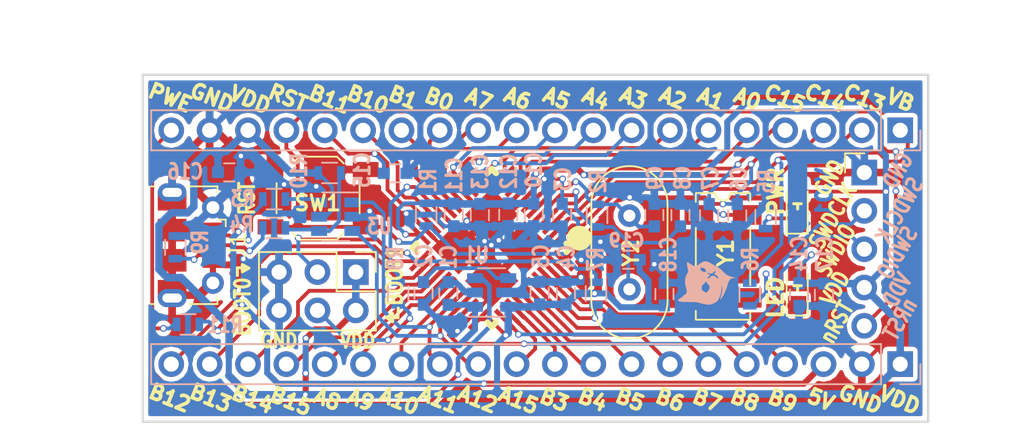
<source format=kicad_pcb>
(kicad_pcb (version 4) (host pcbnew 4.0.7)
  (layers (0 F.Cu signal) (31 B.Cu signal) (34 B.Paste user) (35 F.Paste user) (36 B.SilkS user) (37 F.SilkS user) (38 B.Mask user) (39 F.Mask user) (44 Edge.Cuts user))
  (net 0 "")
  (net 1 +5V)
  (net 2 GND)
  (net 3 "Net-(C2-Pad1)")
  (net 4 /RESET)
  (net 5 /PC14)
  (net 6 /PC15)
  (net 7 /OSCIN)
  (net 8 /OSCOUT)
  (net 9 "Net-(D1-Pad1)")
  (net 10 "Net-(D2-Pad1)")
  (net 11 "Net-(J2-Pad3)")
  (net 12 "Net-(J2-Pad4)")
  (net 13 /VBAT)
  (net 14 /PC13)
  (net 15 /PA0)
  (net 16 /PA1)
  (net 17 /PA2)
  (net 18 /PA3)
  (net 19 /PA4)
  (net 20 /PA5)
  (net 21 /PA6)
  (net 22 /PA7)
  (net 23 /PB0)
  (net 24 /PB1)
  (net 25 /PB10)
  (net 26 /SWDCLK)
  (net 27 /SWDIO)
  (net 28 /PB9)
  (net 29 /PB8)
  (net 30 /PB7)
  (net 31 /PB6)
  (net 32 /PB5)
  (net 33 /PB4)
  (net 34 /PB3)
  (net 35 /PA15)
  (net 36 /PA12)
  (net 37 /PA11)
  (net 38 /PA10)
  (net 39 /PA9)
  (net 40 /PA8)
  (net 41 /PB15)
  (net 42 /PB14)
  (net 43 /PB13)
  (net 44 /PB12)
  (net 45 "Net-(R3-Pad1)")
  (net 46 "Net-(R10-Pad1)")
  (net 47 /BOOT0)
  (net 48 /BOOT1)
  (net 49 /D-)
  (net 50 /ID)
  (net 51 /D+)
  (net 52 /PB11/VCAP1)
  (net 53 /PWR_EN)
  (net 54 /VDD)
  (module Crystals:Crystal_SMD_SeikoEpson_MC306-4pin_8.0x3.2mm (layer F.Cu) (at 75.01 61.21 270)
    (fp_text reference Y1 (at -0.242 -0.178 270) (layer F.SilkS) (effects (font (thickness 0.2))))
    (fp_text value 32.786K)
    (pad 1 smd rect (at -2.75 1.6 270) (size 1.3 1.9) (layers F.Cu F.Paste F.Mask) (net 5 /PC14))
    (pad 2 smd rect (at 2.75 1.6 270) (size 1.3 1.9) (layers F.Cu F.Paste F.Mask))
    (pad 3 smd rect (at 2.75 -1.6 270) (size 1.3 1.9) (layers F.Cu F.Paste F.Mask))
    (pad 4 smd rect (at -2.75 -1.6 270) (size 1.3 1.9) (layers F.Cu F.Paste F.Mask) (net 6 /PC15))
  )
  (module Crystals:Crystal_HC49-4H_Vertical (layer F.Cu) (at 68.81 63.39 90)
    (fp_text reference Y2 (at 2.422 0.103 90) (layer F.SilkS) (effects (font (thickness 0.2))))
    (fp_text value 8MHz)
    (pad 1 thru_hole circle (at 0 0 90) (size 1.5 1.5) (drill 0.8) (layers *.Cu *.Mask) (net 7 /OSCIN))
    (pad 2 thru_hole circle (at 4.88 0 90) (size 1.5 1.5) (drill 0.8) (layers *.Cu *.Mask) (net 8 /OSCOUT))
  )
  (module QFN_QFP48 (layer F.Cu) (at 59.693794 60.635293 225)
    (fp_text reference U2 hide)
    (fp_text value STM32F401CCT6)
    (pad 48 smd trapezoid (at -2.75 -3.975 225) (size 0.3 1.75) (layers F.Cu F.Paste F.Mask) (net 54 /VDD))
    (pad 47 smd trapezoid (at -2.25 -3.975 225) (size 0.3 1.75) (layers F.Cu F.Paste F.Mask) (net 2 GND))
    (pad 46 smd trapezoid (at -1.75 -3.975 225) (size 0.3 1.75) (layers F.Cu F.Paste F.Mask) (net 28 /PB9))
    (pad 45 smd trapezoid (at -1.25 -3.975 225) (size 0.3 1.75) (layers F.Cu F.Paste F.Mask) (net 29 /PB8))
    (pad 44 smd trapezoid (at -0.75 -3.975 225) (size 0.3 1.75) (layers F.Cu F.Paste F.Mask) (net 47 /BOOT0))
    (pad 43 smd trapezoid (at -0.25 -3.975 45) (size 0.3 1.75) (layers F.Cu F.Paste F.Mask) (net 30 /PB7))
    (pad 42 smd trapezoid (at 0.25 -3.975 225) (size 0.3 1.75) (layers F.Cu F.Paste F.Mask) (net 31 /PB6))
    (pad 41 smd trapezoid (at 0.75 -3.975 225) (size 0.3 1.75) (layers F.Cu F.Paste F.Mask) (net 32 /PB5))
    (pad 40 smd trapezoid (at 1.25 -3.975 225) (size 0.3 1.75) (layers F.Cu F.Paste F.Mask) (net 33 /PB4))
    (pad 39 smd trapezoid (at 1.75 -3.975 225) (size 0.3 1.75) (layers F.Cu F.Paste F.Mask) (net 34 /PB3))
    (pad 38 smd trapezoid (at 2.25 -3.975 225) (size 0.3 1.75) (layers F.Cu F.Paste F.Mask) (net 35 /PA15))
    (pad 37 smd trapezoid (at 2.75 -3.975 225) (size 0.3 1.75) (layers F.Cu F.Paste F.Mask) (net 26 /SWDCLK))
    (pad 7 smd trapezoid (at -3.975 0.25 315) (size 0.3 1.75) (layers F.Cu F.Paste F.Mask) (net 4 /RESET))
    (pad 6 smd trapezoid (at -3.975 -0.25 315) (size 0.3 1.75) (layers F.Cu F.Paste F.Mask) (net 8 /OSCOUT))
    (pad 5 smd trapezoid (at -3.975 -0.75 315) (size 0.3 1.75) (layers F.Cu F.Paste F.Mask) (net 7 /OSCIN))
    (pad 4 smd trapezoid (at -3.975 -1.25 315) (size 0.3 1.75) (layers F.Cu F.Paste F.Mask) (net 6 /PC15))
    (pad 3 smd trapezoid (at -3.975 -1.75 315) (size 0.3 1.75) (layers F.Cu F.Paste F.Mask) (net 5 /PC14))
    (pad 2 smd trapezoid (at -3.975 -2.25 315) (size 0.3 1.75) (layers F.Cu F.Paste F.Mask) (net 14 /PC13))
    (pad 8 smd trapezoid (at -3.975 0.75 315) (size 0.3 1.75) (layers F.Cu F.Paste F.Mask) (net 2 GND))
    (pad 1 smd trapezoid (at -3.975 -2.75 315) (size 0.3 1.75) (layers F.Cu F.Paste F.Mask) (net 13 /VBAT))
    (pad 9 smd trapezoid (at -3.975 1.25 315) (size 0.3 1.75) (layers F.Cu F.Paste F.Mask) (net 54 /VDD))
    (pad 10 smd trapezoid (at -3.975 1.75 315) (size 0.3 1.75) (layers F.Cu F.Paste F.Mask) (net 15 /PA0))
    (pad 11 smd trapezoid (at -3.975 2.25 315) (size 0.3 1.75) (layers F.Cu F.Paste F.Mask) (net 16 /PA1))
    (pad 12 smd trapezoid (at -3.975 2.75 315) (size 0.3 1.75) (layers F.Cu F.Paste F.Mask) (net 17 /PA2))
    (pad 19 smd trapezoid (at 0.25 3.975 225) (size 0.3 1.75) (layers F.Cu F.Paste F.Mask) (net 24 /PB1))
    (pad 18 smd trapezoid (at -0.25 3.975 225) (size 0.3 1.75) (layers F.Cu F.Paste F.Mask) (net 23 /PB0))
    (pad 17 smd trapezoid (at -0.75 3.975 225) (size 0.3 1.75) (layers F.Cu F.Paste F.Mask) (net 22 /PA7))
    (pad 16 smd trapezoid (at -1.25 3.975 225) (size 0.3 1.75) (layers F.Cu F.Paste F.Mask) (net 21 /PA6))
    (pad 15 smd trapezoid (at -1.75 3.975 225) (size 0.3 1.75) (layers F.Cu F.Paste F.Mask) (net 20 /PA5))
    (pad 14 smd trapezoid (at -2.25 3.975 225) (size 0.3 1.75) (layers F.Cu F.Paste F.Mask) (net 19 /PA4))
    (pad 13 smd trapezoid (at -2.75 3.975 225) (size 0.3 1.75) (layers F.Cu F.Paste F.Mask) (net 18 /PA3))
    (pad 20 smd trapezoid (at 0.75 3.975 225) (size 0.3 1.75) (layers F.Cu F.Paste F.Mask) (net 48 /BOOT1))
    (pad 21 smd trapezoid (at 1.25 3.975 225) (size 0.3 1.75) (layers F.Cu F.Paste F.Mask) (net 25 /PB10))
    (pad 22 smd trapezoid (at 1.75 3.975 225) (size 0.3 1.75) (layers F.Cu F.Paste F.Mask) (net 52 /PB11/VCAP1))
    (pad 23 smd trapezoid (at 2.25 3.975 225) (size 0.3 1.75) (layers F.Cu F.Paste F.Mask) (net 2 GND))
    (pad 24 smd trapezoid (at 2.75 3.975 225) (size 0.3 1.75) (layers F.Cu F.Paste F.Mask) (net 54 /VDD))
    (pad 31 smd trapezoid (at 3.975 -0.25 315) (size 0.3 1.75) (layers F.Cu F.Paste F.Mask) (net 38 /PA10))
    (pad 30 smd trapezoid (at 3.975 0.25 315) (size 0.3 1.75) (layers F.Cu F.Paste F.Mask) (net 39 /PA9))
    (pad 32 smd trapezoid (at 3.975 -0.75 315) (size 0.3 1.75) (layers F.Cu F.Paste F.Mask) (net 37 /PA11))
    (pad 33 smd trapezoid (at 3.975 -1.25 315) (size 0.3 1.75) (layers F.Cu F.Paste F.Mask) (net 36 /PA12))
    (pad 34 smd trapezoid (at 3.975 -1.75 315) (size 0.3 1.75) (layers F.Cu F.Paste F.Mask) (net 27 /SWDIO))
    (pad 35 smd trapezoid (at 3.975 -2.25 315) (size 0.3 1.75) (layers F.Cu F.Paste F.Mask) (net 2 GND))
    (pad 36 smd trapezoid (at 3.975 -2.75 315) (size 0.3 1.75) (layers F.Cu F.Paste F.Mask) (net 54 /VDD))
    (pad 29 smd trapezoid (at 3.975 0.75 315) (size 0.3 1.75) (layers F.Cu F.Paste F.Mask) (net 40 /PA8))
    (pad 28 smd trapezoid (at 3.975 1.25 315) (size 0.3 1.75) (layers F.Cu F.Paste F.Mask) (net 41 /PB15))
    (pad 27 smd trapezoid (at 3.975 1.75 315) (size 0.3 1.75) (layers F.Cu F.Paste F.Mask) (net 42 /PB14))
    (pad 26 smd trapezoid (at 3.975 2.25 315) (size 0.3 1.75) (layers F.Cu F.Paste F.Mask) (net 43 /PB13))
    (pad 25 smd trapezoid (at 3.975 2.75 315) (size 0.3 1.75) (layers F.Cu F.Paste F.Mask) (net 44 /PB12))
    (pad 0 smd rect (at -1.55 -1.55 225) (size 2.5 2.5) (layers F.Cu F.Paste F.Mask) (net 2 GND))
    (pad 0 smd rect (at 1.55 1.55 225) (size 2.5 2.5) (layers F.Cu F.Paste F.Mask) (net 2 GND))
    (pad 0 smd rect (at 1.55 -1.55 225) (size 2.5 2.5) (layers F.Cu F.Paste F.Mask) (net 2 GND))
    (pad 0 smd rect (at -1.55 1.55 225) (size 2.5 2.5) (layers F.Cu F.Paste F.Mask) (net 2 GND))
  )
  (module Pin_Headers:Pin_Header_Angled_1x05_Pitch2.54mm (layer F.Cu) (at 84.36 55.65)
    (fp_text reference J4 hide)
    (fp_text value Conn_01x05_desc)
    (pad 1 thru_hole rect (at 0 0) (size 1.7 1.7) (drill 1) (layers *.Cu *.Mask) (net 2 GND))
    (pad 2 thru_hole oval (at 0 2.54) (size 1.7 1.7) (drill 1) (layers *.Cu *.Mask) (net 26 /SWDCLK))
    (pad 3 thru_hole oval (at 0 5.08) (size 1.7 1.7) (drill 1) (layers *.Cu *.Mask) (net 27 /SWDIO))
    (pad 4 thru_hole oval (at 0 7.62) (size 1.7 1.7) (drill 1) (layers *.Cu *.Mask) (net 54 /VDD))
    (pad 5 thru_hole oval (at 0 10.16) (size 1.7 1.7) (drill 1) (layers *.Cu *.Mask) (net 4 /RESET))
  )
  (module Resistors_SMD:R_0603 (layer B.Cu) (at 39.588 65.718)
    (fp_text reference R11 (at 2.45 0.02) (layer B.SilkS) (effects (font (size 1 0.8) (thickness 0.2)) (justify mirror)))
    (fp_text value 10K)
    (pad 1 smd rect (at -0.75 0) (size 0.5 0.9) (layers B.Cu B.Paste B.Mask) (net 53 /PWR_EN))
    (pad 2 smd rect (at 0.75 0) (size 0.5 0.9) (layers B.Cu B.Paste B.Mask) (net 1 +5V))
  )
  (module Capacitors_SMD:C_0603 (layer B.Cu) (at 68.74 61.43 180)
    (fp_text reference C19 (at 0.12 1.28 180) (layer B.SilkS) (effects (font (size 0.85 0.8) (thickness 0.2)) (justify mirror)))
    (fp_text value 0.1uF,0603)
    (pad 2 smd rect (at 0.75 0 180) (size 0.8 0.75) (layers B.Cu B.Paste B.Mask) (net 2 GND))
    (pad 1 smd rect (at -0.75 0 180) (size 0.8 0.75) (layers B.Cu B.Paste B.Mask) (net 54 /VDD))
  )
  (module Capacitors_SMD:C_0603 (layer B.Cu) (at 71.13 63.71 90)
    (fp_text reference C18 (at 2.62 0.26 90) (layer B.SilkS) (effects (font (size 1 0.8) (thickness 0.2)) (justify mirror)))
    (fp_text value 0.1U,0603)
    (pad 2 smd rect (at 0.75 0 90) (size 0.8 0.75) (layers B.Cu B.Paste B.Mask) (net 2 GND))
    (pad 1 smd rect (at -0.75 0 90) (size 0.8 0.75) (layers B.Cu B.Paste B.Mask) (net 54 /VDD))
  )
  (module Capacitors_SMD:C_0603 (layer B.Cu) (at 81.69 63.76 270)
    (fp_text reference C17 (at -2.742 -0.048 270) (layer B.SilkS) (effects (font (size 1 0.8) (thickness 0.2)) (justify mirror)))
    (fp_text value 0.1U,0603)
    (pad 2 smd rect (at 0.75 0 270) (size 0.8 0.75) (layers B.Cu B.Paste B.Mask) (net 2 GND))
    (pad 1 smd rect (at -0.75 0 270) (size 0.8 0.75) (layers B.Cu B.Paste B.Mask) (net 54 /VDD))
  )
  (module Capacitors_SMD:C_0603 (layer B.Cu) (at 42.32 55.64)
    (fp_text reference C16 (at -2.912 -0.052) (layer B.SilkS) (effects (font (size 1 0.8) (thickness 0.2)) (justify mirror)))
    (fp_text value 0.1uF,0603)
    (pad 2 smd rect (at 0.75 0) (size 0.8 0.75) (layers B.Cu B.Paste B.Mask) (net 2 GND))
    (pad 1 smd rect (at -0.75 0) (size 0.8 0.75) (layers B.Cu B.Paste B.Mask) (net 54 /VDD))
  )
  (module Capacitors_SMD:C_0603 (layer B.Cu) (at 53.3 55.7 180)
    (fp_text reference C15 (at 2.172 0.212 270) (layer B.SilkS) (effects (font (size 1 0.8) (thickness 0.2)) (justify mirror)))
    (fp_text value 4.7u,0603)
    (pad 2 smd rect (at 0.75 0 180) (size 0.8 0.75) (layers B.Cu B.Paste B.Mask) (net 52 /PB11/VCAP1))
    (pad 1 smd rect (at -0.75 0 180) (size 0.8 0.75) (layers B.Cu B.Paste B.Mask) (net 2 GND))
  )
  (module Resistors_SMD:R_0603 (layer B.Cu) (at 53.5 63.67 270)
    (fp_text reference R8 (at -2.33 0.19 270) (layer B.SilkS) (effects (font (size 1 0.8) (thickness 0.2)) (justify mirror)))
    (fp_text value 100K,0603)
    (pad 1 smd rect (at -0.75 0 270) (size 0.5 0.9) (layers B.Cu B.Paste B.Mask) (net 48 /BOOT1))
    (pad 2 smd rect (at 0.75 0 270) (size 0.5 0.9) (layers B.Cu B.Paste B.Mask) (net 12 "Net-(J2-Pad4)"))
  )
  (module Capacitors_SMD:C_0603 (layer B.Cu) (at 55.18 63.66 270)
    (fp_text reference C2 (at -2.472 -0.038 270) (layer B.SilkS) (effects (font (size 1 0.8) (thickness 0.2)) (justify mirror)))
    (fp_text value 22n,0603)
    (pad 2 smd rect (at 0.75 0 270) (size 0.8 0.75) (layers B.Cu B.Paste B.Mask) (net 2 GND))
    (pad 1 smd rect (at -0.75 0 270) (size 0.8 0.75) (layers B.Cu B.Paste B.Mask) (net 3 "Net-(C2-Pad1)"))
  )
  (module Capacitors_SMD:C_0603 (layer B.Cu) (at 56.82 63.67 90)
    (fp_text reference C1 (at 2.422 0.018 90) (layer B.SilkS) (effects (font (size 1 0.8) (thickness 0.2)) (justify mirror)))
    (fp_text value 22n,0603)
    (pad 2 smd rect (at 0.75 0 90) (size 0.8 0.75) (layers B.Cu B.Paste B.Mask) (net 2 GND))
    (pad 1 smd rect (at -0.75 0 90) (size 0.8 0.75) (layers B.Cu B.Paste B.Mask) (net 1 +5V))
  )
  (module TO_SOT_Packages_SMD:SOT-23-5 (layer B.Cu) (at 59.69 63.6)
    (fp_text reference U1 (at -1.01 -2.48 180) (layer B.SilkS) (effects (font (size 1 0.8) (thickness 0.2)) (justify mirror)))
    (fp_text value MIC5219-3.3)
    (pad 1 smd rect (at -1.1 0.95) (size 1.06 0.65) (layers B.Cu B.Paste B.Mask) (net 1 +5V))
    (pad 2 smd rect (at -1.1 0) (size 1.06 0.65) (layers B.Cu B.Paste B.Mask) (net 2 GND))
    (pad 3 smd rect (at -1.1 -0.95) (size 1.06 0.65) (layers B.Cu B.Paste B.Mask) (net 53 /PWR_EN))
    (pad 4 smd rect (at 1.1 -0.95) (size 1.06 0.65) (layers B.Cu B.Paste B.Mask) (net 3 "Net-(C2-Pad1)"))
    (pad 5 smd rect (at 1.1 0.95) (size 1.06 0.65) (layers B.Cu B.Paste B.Mask) (net 54 /VDD))
  )
  (module Capacitors_SMD:C_0603 (layer B.Cu) (at 62.87 63.64 90)
    (fp_text reference C5 (at 2.432 0.098 90) (layer B.SilkS) (effects (font (size 1 0.8) (thickness 0.2)) (justify mirror)))
    (fp_text value 0.1U,0603)
    (pad 2 smd rect (at 0.75 0 90) (size 0.8 0.75) (layers B.Cu B.Paste B.Mask) (net 2 GND))
    (pad 1 smd rect (at -0.75 0 90) (size 0.8 0.75) (layers B.Cu B.Paste B.Mask) (net 54 /VDD))
  )
  (module Capacitors_SMD:C_0603 (layer B.Cu) (at 64.61 63.65 90)
    (fp_text reference C4 (at 2.402 0.038 90) (layer B.SilkS) (effects (font (size 1 0.8) (thickness 0.2)) (justify mirror)))
    (fp_text value 10U,0603)
    (pad 2 smd rect (at 0.75 0 90) (size 0.8 0.75) (layers B.Cu B.Paste B.Mask) (net 2 GND))
    (pad 1 smd rect (at -0.75 0 90) (size 0.8 0.75) (layers B.Cu B.Paste B.Mask) (net 54 /VDD))
  )
  (module Resistors_SMD:R_0603 (layer B.Cu) (at 66.6 63.67 270)
    (fp_text reference R7 (at -2.27 0.03 270) (layer B.SilkS) (effects (font (size 1 0.8) (thickness 0.2)) (justify mirror)))
    (fp_text value 100K,0603)
    (pad 1 smd rect (at -0.75 0 270) (size 0.5 0.9) (layers B.Cu B.Paste B.Mask) (net 11 "Net-(J2-Pad3)"))
    (pad 2 smd rect (at 0.75 0 270) (size 0.5 0.9) (layers B.Cu B.Paste B.Mask) (net 47 /BOOT0))
  )
  (module Resistors_SMD:R_0603 (layer B.Cu) (at 76.78 63.73 270)
    (fp_text reference R6 (at -2.332 -0.038 270) (layer B.SilkS) (effects (font (size 1 0.8) (thickness 0.2)) (justify mirror)))
    (fp_text value 510R,603)
    (pad 1 smd rect (at -0.75 0 270) (size 0.5 0.9) (layers B.Cu B.Paste B.Mask) (net 14 /PC13))
    (pad 2 smd rect (at 0.75 0 270) (size 0.5 0.9) (layers B.Cu B.Paste B.Mask) (net 10 "Net-(D2-Pad1)"))
  )
  (module Capacitors_SMD:C_0603 (layer B.Cu) (at 80.04 63.74 270)
    (fp_text reference C14 (at -2.712 -0.018 270) (layer B.SilkS) (effects (font (size 1 0.8) (thickness 0.2)) (justify mirror)))
    (fp_text value 0.1U,0603)
    (pad 2 smd rect (at 0.75 0 270) (size 0.8 0.75) (layers B.Cu B.Paste B.Mask) (net 2 GND))
    (pad 1 smd rect (at -0.75 0 270) (size 0.8 0.75) (layers B.Cu B.Paste B.Mask) (net 54 /VDD))
  )
  (module Resistors_SMD:R_0603 (layer B.Cu) (at 77.828 58.618 270)
    (fp_text reference R5 (at -2.392 -0.048 270) (layer B.SilkS) (effects (font (size 1 0.8) (thickness 0.2)) (justify mirror)))
    (fp_text value 510R,0603)
    (pad 1 smd rect (at -0.75 0 270) (size 0.5 0.9) (layers B.Cu B.Paste B.Mask) (net 2 GND))
    (pad 2 smd rect (at 0.75 0 270) (size 0.5 0.9) (layers B.Cu B.Paste B.Mask) (net 9 "Net-(D1-Pad1)"))
  )
  (module Capacitors_SMD:C_0603 (layer B.Cu) (at 74.09 58.49 270)
    (fp_text reference C7 (at -2.462 -0.098 270) (layer B.SilkS) (effects (font (size 1 0.8) (thickness 0.2)) (justify mirror)))
    (fp_text value 20p,0603)
    (pad 2 smd rect (at 0.75 0 270) (size 0.8 0.75) (layers B.Cu B.Paste B.Mask) (net 2 GND))
    (pad 1 smd rect (at -0.75 0 270) (size 0.8 0.75) (layers B.Cu B.Paste B.Mask) (net 6 /PC15))
  )
  (module Capacitors_SMD:C_0603 (layer B.Cu) (at 72.19 58.47 90)
    (fp_text reference C8 (at 2.462 0.148 90) (layer B.SilkS) (effects (font (size 1 0.8) (thickness 0.2)) (justify mirror)))
    (fp_text value 20p,0603)
    (pad 2 smd rect (at 0.75 0 90) (size 0.8 0.75) (layers B.Cu B.Paste B.Mask) (net 2 GND))
    (pad 1 smd rect (at -0.75 0 90) (size 0.8 0.75) (layers B.Cu B.Paste B.Mask) (net 7 /OSCIN))
  )
  (module Capacitors_SMD:C_0603 (layer B.Cu) (at 70.46 58.47 90)
    (fp_text reference C9 (at 2.462 0.058 90) (layer B.SilkS) (effects (font (size 1 0.8) (thickness 0.2)) (justify mirror)))
    (fp_text value 20p,0603)
    (pad 2 smd rect (at 0.75 0 90) (size 0.8 0.75) (layers B.Cu B.Paste B.Mask) (net 2 GND))
    (pad 1 smd rect (at -0.75 0 90) (size 0.8 0.75) (layers B.Cu B.Paste B.Mask) (net 8 /OSCOUT))
  )
  (module Resistors_SMD:R_0603 (layer B.Cu) (at 66.67 58.51 90)
    (fp_text reference R2 (at 2.272 0.068 90) (layer B.SilkS) (effects (font (size 1 0.8) (thickness 0.2)) (justify mirror)))
    (fp_text value 1M)
    (pad 1 smd rect (at -0.75 0 90) (size 0.5 0.9) (layers B.Cu B.Paste B.Mask) (net 7 /OSCIN))
    (pad 2 smd rect (at 0.75 0 90) (size 0.5 0.9) (layers B.Cu B.Paste B.Mask) (net 8 /OSCOUT))
  )
  (module Capacitors_SMD:C_0603 (layer B.Cu) (at 64.36 58.47 270)
    (fp_text reference C3 (at -2.38 -0.06 270) (layer B.SilkS) (effects (font (size 1 0.8) (thickness 0.2)) (justify mirror)))
    (fp_text value 1U,0603)
    (pad 2 smd rect (at 0.75 0 270) (size 0.8 0.75) (layers B.Cu B.Paste B.Mask) (net 2 GND))
    (pad 1 smd rect (at -0.75 0 270) (size 0.8 0.75) (layers B.Cu B.Paste B.Mask) (net 4 /RESET))
  )
  (module Capacitors_SMD:C_0603 (layer B.Cu) (at 57.18 58.46 270)
    (fp_text reference C11 (at -2.64 -0.03 270) (layer B.SilkS) (effects (font (size 1 0.8) (thickness 0.2)) (justify mirror)))
    (fp_text value 4.7uF,0603)
    (pad 2 smd rect (at 0.75 0 270) (size 0.8 0.75) (layers B.Cu B.Paste B.Mask) (net 2 GND))
    (pad 1 smd rect (at -0.75 0 270) (size 0.8 0.75) (layers B.Cu B.Paste B.Mask) (net 54 /VDD))
  )
  (module Capacitors_SMD:C_0603 (layer B.Cu) (at 62.48 58.46 270)
    (fp_text reference C10 (at -2.98 0 270) (layer B.SilkS) (effects (font (size 1 0.8) (thickness 0.2)) (justify mirror)))
    (fp_text value 4.7uF,0603)
    (pad 2 smd rect (at 0.75 0 270) (size 0.8 0.75) (layers B.Cu B.Paste B.Mask) (net 2 GND))
    (pad 1 smd rect (at -0.75 0 270) (size 0.8 0.75) (layers B.Cu B.Paste B.Mask) (net 54 /VDD))
  )
  (module Capacitors_SMD:C_0603 (layer B.Cu) (at 58.91 58.48 270)
    (fp_text reference C13 (at -2.892 -0.028 270) (layer B.SilkS) (effects (font (size 1 0.8) (thickness 0.2)) (justify mirror)))
    (fp_text value 0.1U,0603)
    (pad 2 smd rect (at 0.75 0 270) (size 0.8 0.75) (layers B.Cu B.Paste B.Mask) (net 2 GND))
    (pad 1 smd rect (at -0.75 0 270) (size 0.8 0.75) (layers B.Cu B.Paste B.Mask) (net 54 /VDD))
  )
  (module Capacitors_SMD:C_0603 (layer B.Cu) (at 60.79 58.45 270)
    (fp_text reference C12 (at -2.872 -0.038 270) (layer B.SilkS) (effects (font (size 1 0.8) (thickness 0.2)) (justify mirror)))
    (fp_text value 0.1U,0603)
    (pad 2 smd rect (at 0.75 0 270) (size 0.8 0.75) (layers B.Cu B.Paste B.Mask) (net 2 GND))
    (pad 1 smd rect (at -0.75 0 270) (size 0.8 0.75) (layers B.Cu B.Paste B.Mask) (net 54 /VDD))
  )
  (module Resistors_SMD:R_0603 (layer B.Cu) (at 55.36 58.44 270)
    (fp_text reference R1 (at -2.262 -0.138 270) (layer B.SilkS) (effects (font (size 1 0.8) (thickness 0.2)) (justify mirror)))
    (fp_text value 10K)
    (pad 1 smd rect (at -0.75 0 270) (size 0.5 0.9) (layers B.Cu B.Paste B.Mask) (net 54 /VDD))
    (pad 2 smd rect (at 0.75 0 270) (size 0.5 0.9) (layers B.Cu B.Paste B.Mask) (net 4 /RESET))
  )
  (module Resistors_SMD:R_0603 (layer B.Cu) (at 48.958 55.678 180)
    (fp_text reference R10 (at 2.02 0.14 270) (layer B.SilkS) (effects (font (size 1 0.8) (thickness 0.2)) (justify mirror)))
    (fp_text value 4.7K)
    (pad 1 smd rect (at -0.75 0 180) (size 0.5 0.9) (layers B.Cu B.Paste B.Mask) (net 46 "Net-(R10-Pad1)"))
    (pad 2 smd rect (at 0.75 0 180) (size 0.5 0.9) (layers B.Cu B.Paste B.Mask) (net 54 /VDD))
  )
  (module TO_SOT_Packages_SMD:SOT-23-6 (layer B.Cu) (at 49.37 58.58 180)
    (fp_text reference U3 (at -2.9 -0.63 180) (layer B.SilkS) (effects (font (size 1 0.8) (thickness 0.2)) (justify mirror)))
    (fp_text value USBLC6-2SC6)
    (pad 1 smd rect (at -1.1 0.95 180) (size 1.06 0.65) (layers B.Cu B.Paste B.Mask) (net 37 /PA11))
    (pad 2 smd rect (at -1.1 0 180) (size 1.06 0.65) (layers B.Cu B.Paste B.Mask) (net 2 GND))
    (pad 3 smd rect (at -1.1 -0.95 180) (size 1.06 0.65) (layers B.Cu B.Paste B.Mask) (net 36 /PA12))
    (pad 4 smd rect (at 1.1 -0.95 180) (size 1.06 0.65) (layers B.Cu B.Paste B.Mask) (net 46 "Net-(R10-Pad1)"))
    (pad 6 smd rect (at 1.1 0.95 180) (size 1.06 0.65) (layers B.Cu B.Paste B.Mask) (net 45 "Net-(R3-Pad1)"))
    (pad 5 smd rect (at 1.1 0 180) (size 1.06 0.65) (layers B.Cu B.Paste B.Mask) (net 54 /VDD))
  )
  (module Resistors_SMD:R_0603 (layer B.Cu) (at 45.29 59.32 180)
    (fp_text reference R4 (at 2.16 0.21 180) (layer B.SilkS) (effects (font (size 1 0.8) (thickness 0.2)) (justify mirror)))
    (fp_text value 20R,0603)
    (pad 1 smd rect (at -0.75 0 180) (size 0.5 0.9) (layers B.Cu B.Paste B.Mask) (net 46 "Net-(R10-Pad1)"))
    (pad 2 smd rect (at 0.75 0 180) (size 0.5 0.9) (layers B.Cu B.Paste B.Mask) (net 51 /D+))
  )
  (module Resistors_SMD:R_0603 (layer B.Cu) (at 45.29 57.41 180)
    (fp_text reference R3 (at 2.09 0.03 180) (layer B.SilkS) (effects (font (size 1 0.8) (thickness 0.2)) (justify mirror)))
    (fp_text value 20R,0603)
    (pad 1 smd rect (at -0.75 0 180) (size 0.5 0.9) (layers B.Cu B.Paste B.Mask) (net 45 "Net-(R3-Pad1)"))
    (pad 2 smd rect (at 0.75 0 180) (size 0.5 0.9) (layers B.Cu B.Paste B.Mask) (net 49 /D-))
  )
  (module Resistors_SMD:R_0603 (layer B.Cu) (at 38.75 60.61 270)
    (fp_text reference R9 (at -0.35 -1.64 270) (layer B.SilkS) (effects (font (size 1 0.8) (thickness 0.2)) (justify mirror)))
    (fp_text value 20R,0603)
    (pad 1 smd rect (at -0.75 0 270) (size 0.5 0.9) (layers B.Cu B.Paste B.Mask) (net 2 GND))
    (pad 2 smd rect (at 0.75 0 270) (size 0.5 0.9) (layers B.Cu B.Paste B.Mask) (net 50 /ID))
  )
  (module Buttons_Switches_SMD:SW_SPST_TL3342 (layer F.Cu) (at 48.2 57.35)
    (fp_text reference SW1 (at -0.022 0.328) (layer F.SilkS) (effects (font (thickness 0.2))))
    (fp_text value SW_Push)
    (pad 1 smd rect (at -3.15 -1.9) (size 1.7 1) (layers F.Cu F.Paste F.Mask) (net 2 GND))
    (pad 1 smd rect (at 3.15 -1.9) (size 1.7 1) (layers F.Cu F.Paste F.Mask) (net 2 GND))
    (pad 2 smd rect (at -3.15 1.9) (size 1.7 1) (layers F.Cu F.Paste F.Mask) (net 4 /RESET))
    (pad 2 smd rect (at 3.15 1.9) (size 1.7 1) (layers F.Cu F.Paste F.Mask) (net 4 /RESET))
  )
  (module Pin_Headers:Pin_Header_Straight_1x20_Pitch2.54mm (layer B.Cu) (at 86.74 68.35 90)
    (fp_text reference J5 hide)
    (fp_text value Conn_01x20)
    (pad 1 thru_hole rect (at 0 0 90) (size 1.7 1.7) (drill 1) (layers *.Cu *.Mask) (net 54 /VDD))
    (pad 2 thru_hole oval (at 0 -2.54 90) (size 1.7 1.7) (drill 1) (layers *.Cu *.Mask) (net 2 GND))
    (pad 3 thru_hole oval (at 0 -5.08 90) (size 1.7 1.7) (drill 1) (layers *.Cu *.Mask) (net 1 +5V))
    (pad 4 thru_hole oval (at 0 -7.62 90) (size 1.7 1.7) (drill 1) (layers *.Cu *.Mask) (net 28 /PB9))
    (pad 5 thru_hole oval (at 0 -10.16 90) (size 1.7 1.7) (drill 1) (layers *.Cu *.Mask) (net 29 /PB8))
    (pad 6 thru_hole oval (at 0 -12.7 90) (size 1.7 1.7) (drill 1) (layers *.Cu *.Mask) (net 30 /PB7))
    (pad 7 thru_hole oval (at 0 -15.24 90) (size 1.7 1.7) (drill 1) (layers *.Cu *.Mask) (net 31 /PB6))
    (pad 8 thru_hole oval (at 0 -17.78 90) (size 1.7 1.7) (drill 1) (layers *.Cu *.Mask) (net 32 /PB5))
    (pad 9 thru_hole oval (at 0 -20.32 90) (size 1.7 1.7) (drill 1) (layers *.Cu *.Mask) (net 33 /PB4))
    (pad 10 thru_hole oval (at 0 -22.86 90) (size 1.7 1.7) (drill 1) (layers *.Cu *.Mask) (net 34 /PB3))
    (pad 11 thru_hole oval (at 0 -25.4 90) (size 1.7 1.7) (drill 1) (layers *.Cu *.Mask) (net 35 /PA15))
    (pad 12 thru_hole oval (at 0 -27.94 90) (size 1.7 1.7) (drill 1) (layers *.Cu *.Mask) (net 36 /PA12))
    (pad 13 thru_hole oval (at 0 -30.48 90) (size 1.7 1.7) (drill 1) (layers *.Cu *.Mask) (net 37 /PA11))
    (pad 14 thru_hole oval (at 0 -33.02 90) (size 1.7 1.7) (drill 1) (layers *.Cu *.Mask) (net 38 /PA10))
    (pad 15 thru_hole oval (at 0 -35.56 90) (size 1.7 1.7) (drill 1) (layers *.Cu *.Mask) (net 39 /PA9))
    (pad 16 thru_hole oval (at 0 -38.1 90) (size 1.7 1.7) (drill 1) (layers *.Cu *.Mask) (net 40 /PA8))
    (pad 17 thru_hole oval (at 0 -40.64 90) (size 1.7 1.7) (drill 1) (layers *.Cu *.Mask) (net 41 /PB15))
    (pad 18 thru_hole oval (at 0 -43.18 90) (size 1.7 1.7) (drill 1) (layers *.Cu *.Mask) (net 42 /PB14))
    (pad 19 thru_hole oval (at 0 -45.72 90) (size 1.7 1.7) (drill 1) (layers *.Cu *.Mask) (net 43 /PB13))
    (pad 20 thru_hole oval (at 0 -48.26 90) (size 1.7 1.7) (drill 1) (layers *.Cu *.Mask) (net 44 /PB12))
  )
  (module Pin_Headers:Pin_Header_Straight_1x20_Pitch2.54mm (layer B.Cu) (at 86.74 52.85 90)
    (fp_text reference J3 hide)
    (fp_text value Conn_01x20_des)
    (pad 1 thru_hole rect (at 0 0 90) (size 1.7 1.7) (drill 1) (layers *.Cu *.Mask) (net 13 /VBAT))
    (pad 2 thru_hole oval (at 0 -2.54 90) (size 1.7 1.7) (drill 1) (layers *.Cu *.Mask) (net 14 /PC13))
    (pad 3 thru_hole oval (at 0 -5.08 90) (size 1.7 1.7) (drill 1) (layers *.Cu *.Mask) (net 5 /PC14))
    (pad 4 thru_hole oval (at 0 -7.62 90) (size 1.7 1.7) (drill 1) (layers *.Cu *.Mask) (net 6 /PC15))
    (pad 5 thru_hole oval (at 0 -10.16 90) (size 1.7 1.7) (drill 1) (layers *.Cu *.Mask) (net 15 /PA0))
    (pad 6 thru_hole oval (at 0 -12.7 90) (size 1.7 1.7) (drill 1) (layers *.Cu *.Mask) (net 16 /PA1))
    (pad 7 thru_hole oval (at 0 -15.24 90) (size 1.7 1.7) (drill 1) (layers *.Cu *.Mask) (net 17 /PA2))
    (pad 8 thru_hole oval (at 0 -17.78 90) (size 1.7 1.7) (drill 1) (layers *.Cu *.Mask) (net 18 /PA3))
    (pad 9 thru_hole oval (at 0 -20.32 90) (size 1.7 1.7) (drill 1) (layers *.Cu *.Mask) (net 19 /PA4))
    (pad 10 thru_hole oval (at 0 -22.86 90) (size 1.7 1.7) (drill 1) (layers *.Cu *.Mask) (net 20 /PA5))
    (pad 11 thru_hole oval (at 0 -25.4 90) (size 1.7 1.7) (drill 1) (layers *.Cu *.Mask) (net 21 /PA6))
    (pad 12 thru_hole oval (at 0 -27.94 90) (size 1.7 1.7) (drill 1) (layers *.Cu *.Mask) (net 22 /PA7))
    (pad 13 thru_hole oval (at 0 -30.48 90) (size 1.7 1.7) (drill 1) (layers *.Cu *.Mask) (net 23 /PB0))
    (pad 14 thru_hole oval (at 0 -33.02 90) (size 1.7 1.7) (drill 1) (layers *.Cu *.Mask) (net 24 /PB1))
    (pad 15 thru_hole oval (at 0 -35.56 90) (size 1.7 1.7) (drill 1) (layers *.Cu *.Mask) (net 25 /PB10))
    (pad 16 thru_hole oval (at 0 -38.1 90) (size 1.7 1.7) (drill 1) (layers *.Cu *.Mask) (net 52 /PB11/VCAP1))
    (pad 17 thru_hole oval (at 0 -40.64 90) (size 1.7 1.7) (drill 1) (layers *.Cu *.Mask) (net 4 /RESET))
    (pad 18 thru_hole oval (at 0 -43.18 90) (size 1.7 1.7) (drill 1) (layers *.Cu *.Mask) (net 54 /VDD))
    (pad 19 thru_hole oval (at 0 -45.72 90) (size 1.7 1.7) (drill 1) (layers *.Cu *.Mask) (net 2 GND))
    (pad 20 thru_hole oval (at 0 -48.26 90) (size 1.7 1.7) (drill 1) (layers *.Cu *.Mask) (net 53 /PWR_EN))
  )
  (module Pin_Headers:Pin_Header_Straight_2x03_Pitch2.54mm (layer F.Cu) (at 50.698 62.248 270)
    (fp_text reference J2 hide)
    (fp_text value Conn_02x03_Odd_Even)
    (pad 1 thru_hole rect (at 0 0 270) (size 1.7 1.7) (drill 1) (layers *.Cu *.Mask) (net 54 /VDD))
    (pad 2 thru_hole oval (at 2.54 0 270) (size 1.7 1.7) (drill 1) (layers *.Cu *.Mask) (net 54 /VDD))
    (pad 3 thru_hole oval (at 0 2.54 270) (size 1.7 1.7) (drill 1) (layers *.Cu *.Mask) (net 11 "Net-(J2-Pad3)"))
    (pad 4 thru_hole oval (at 2.54 2.54 270) (size 1.7 1.7) (drill 1) (layers *.Cu *.Mask) (net 12 "Net-(J2-Pad4)"))
    (pad 5 thru_hole oval (at 0 5.08 270) (size 1.7 1.7) (drill 1) (layers *.Cu *.Mask) (net 2 GND))
    (pad 6 thru_hole oval (at 2.54 5.08 270) (size 1.7 1.7) (drill 1) (layers *.Cu *.Mask) (net 2 GND))
  )
  (module Capacitors_SMD:C_0603 (layer B.Cu) (at 75.95 58.49 270)
    (fp_text reference C6 (at -2.432 -0.118 270) (layer B.SilkS) (effects (font (size 1 0.8) (thickness 0.2)) (justify mirror)))
    (fp_text value 20p,0603)
    (pad 2 smd rect (at 0.75 0 270) (size 0.8 0.75) (layers B.Cu B.Paste B.Mask) (net 2 GND))
    (pad 1 smd rect (at -0.75 0 270) (size 0.8 0.75) (layers B.Cu B.Paste B.Mask) (net 5 /PC14))
  )
  (module LEDs:LED_0805 (layer F.Cu) (at 79.92 57.9 90)
    (fp_text reference D1 hide)
    (fp_text value RED_LED)
    (pad 2 smd rect (at 1.1 0 270) (size 1.2 1.2) (layers F.Cu F.Paste F.Mask) (net 54 /VDD))
    (pad 1 smd rect (at -1.1 0 270) (size 1.2 1.2) (layers F.Cu F.Paste F.Mask) (net 9 "Net-(D1-Pad1)"))
  )
  (module LEDs:LED_0805 (layer F.Cu) (at 79.92 63.33 90)
    (fp_text reference D2 hide)
    (fp_text value BLUE_LED)
    (pad 2 smd rect (at 1.1 0 270) (size 1.2 1.2) (layers F.Cu F.Paste F.Mask) (net 54 /VDD))
    (pad 1 smd rect (at -1.1 0 270) (size 1.2 1.2) (layers F.Cu F.Paste F.Mask) (net 10 "Net-(D2-Pad1)"))
  )
  (module crystal:HS_Crystal (layer F.Cu) (at 68.813 60.943 90)
    (fp_text reference HS_Crystal hide)
    (fp_text value G*** hide)
  )
  (module crystal:LS_Crystal (layer F.Cu) (at 75.008 61.208 270)
    (fp_text reference LS_Crystal hide)
    (fp_text value G*** hide)
  )
  (module crystal:Dot (layer F.Cu) (at 65.498 59.998)
    (fp_text reference Dot hide)
    (fp_text value G*** hide)
  )
  (module crystal:Meow (layer B.Cu) (at 73.958 62.988 270)
    (fp_text reference Meow hide)
    (fp_text value G*** hide)
  )
  (module Connectors_USB:USB_Micro-B_Molex-105017-0001 (layer F.Cu) (at 38.888 60.468 270)
    (fp_text reference J1 (at 0 -4 270) (layer F.SilkS))
    (fp_text value USB_OTG)
    (pad 6 smd rect (at 1 0.35 270) (size 1.5 1.9) (layers F.Cu F.Paste F.Mask) (net 2 GND))
    (pad 6 thru_hole circle (at -2.5 -2.35 270) (size 1.45 1.45) (drill 0.85) (layers *.Cu *.Mask) (net 2 GND))
    (pad 2 smd rect (at -0.65 -2.35 270) (size 0.4 1.35) (layers F.Cu F.Paste F.Mask) (net 49 /D-))
    (pad 1 smd rect (at -1.3 -2.35 270) (size 0.4 1.35) (layers F.Cu F.Paste F.Mask) (net 1 +5V))
    (pad 5 smd rect (at 1.3 -2.35 270) (size 0.4 1.35) (layers F.Cu F.Paste F.Mask) (net 2 GND))
    (pad 4 smd rect (at 0.65 -2.35 270) (size 0.4 1.35) (layers F.Cu F.Paste F.Mask) (net 50 /ID))
    (pad 3 smd rect (at 0 -2.35 270) (size 0.4 1.35) (layers F.Cu F.Paste F.Mask) (net 51 /D+))
    (pad 6 thru_hole circle (at 2.5 -2.35 270) (size 1.45 1.45) (drill 0.85) (layers *.Cu *.Mask) (net 2 GND))
    (pad 6 smd rect (at -1 0.35 270) (size 1.5 1.9) (layers F.Cu F.Paste F.Mask) (net 2 GND))
    (pad 6 thru_hole oval (at -3.5 0.35 90) (size 1.2 1.9) (drill oval 0.6 1.3) (layers *.Cu *.Mask) (net 2 GND))
    (pad 6 thru_hole oval (at 3.5 0.35 270) (size 1.2 1.9) (drill oval 0.6 1.3) (layers *.Cu *.Mask) (net 2 GND))
    (pad 6 smd rect (at 2.9 0.35 270) (size 1.2 1.9) (layers F.Cu F.Mask) (net 2 GND))
    (pad 6 smd rect (at -2.9 0.35 270) (size 1.2 1.9) (layers F.Cu F.Mask) (net 2 GND))
  )
  (gr_text LED (at 78.49 63.93 90) (layer F.SilkS) (effects (font (size 1 1) (thickness 0.25))))
  (gr_text PWR (at 78.51 56.9 90) (layer F.SilkS) (effects (font (size 1 1) (thickness 0.25))))
  (gr_text VDD (at 86.55 63.45 60) (layer B.SilkS) (effects (font (size 1 0.8) (thickness 0.2)) (justify mirror)))
  (gr_text nRST (at 86.74 65.36 60) (layer B.SilkS) (effects (font (size 1 0.8) (thickness 0.2)) (justify mirror)))
  (gr_text SWDIO (at 86.57 60.97 60) (layer B.SilkS) (effects (font (size 1 0.8) (thickness 0.2)) (justify mirror)))
  (gr_text SWDCLK (at 86.698 58.168 60) (layer B.SilkS) (effects (font (size 1 0.8) (thickness 0.2)) (justify mirror)))
  (gr_text GND (at 86.59 55.52 60) (layer B.SilkS) (effects (font (size 1 0.8) (thickness 0.2)) (justify mirror)))
  (gr_text V.01 (at 81.71 56.98 90) (layer B.Cu) (effects (font (size 1 1) (thickness 0.25)) (justify mirror)))
  (gr_line (start 79.95 58.068) (end 79.95 57.728) (layer F.SilkS) (width 0.2))
  (gr_line (start 79.688 57.718) (end 80.188 57.718) (layer F.SilkS) (width 0.2))
  (gr_line (start 79.948 63.488) (end 79.948 63.148) (layer F.SilkS) (width 0.2))
  (gr_line (start 79.69 63.148) (end 80.19 63.148) (layer F.SilkS) (width 0.2))
  (gr_text SWDCLK (at 82.29 58.52 60) (layer F.SilkS) (effects (font (size 1 0.8) (thickness 0.2))))
  (gr_text GND (at 45.61 66.8) (layer F.SilkS) (effects (font (size 0.9 0.8) (thickness 0.2))))
  (gr_text BOOT1 (at 53.268 62.538 90) (layer F.SilkS) (effects (font (size 1 0.8) (thickness 0.2))))
  (gr_line (start 36.588 49.168) (end 36.588 72.168) (layer Edge.Cuts) (width 0.15))
  (gr_line (start 88.588 72.168) (end 36.588 72.168) (layer Edge.Cuts) (width 0.15))
  (gr_line (start 88.588 49.168) (end 88.588 72.168) (layer Edge.Cuts) (width 0.15))
  (gr_line (start 36.588 49.168) (end 88.588 49.168) (layer Edge.Cuts) (width 0.15))
  (gr_text RST (at 43.488 57.368 90) (layer F.SilkS) (effects (font (size 1 0.8) (thickness 0.2))))
  (gr_line (start 42.858 62.308) (end 42.858 62.478) (layer F.SilkS) (width 0.2))
  (gr_line (start 53.128 65.538) (end 52.738 65.268) (layer F.SilkS) (width 0.2))
  (gr_line (start 53.128 64.998) (end 53.128 65.538) (layer F.SilkS) (width 0.2))
  (gr_line (start 52.738 65.268) (end 53.128 64.998) (layer F.SilkS) (width 0.2))
  (gr_line (start 53.488 65.268) (end 52.738 65.268) (layer F.SilkS) (width 0.2))
  (gr_line (start 53.508 64.638) (end 53.488 65.268) (layer F.SilkS) (width 0.2))
  (gr_line (start 43.618 61.988) (end 43.198 61.758) (layer F.SilkS) (width 0.2))
  (gr_line (start 43.188 62.228) (end 43.618 61.988) (layer F.SilkS) (width 0.2))
  (gr_line (start 43.188 61.768) (end 43.188 62.228) (layer F.SilkS) (width 0.2))
  (gr_line (start 43.508 61.958) (end 43.188 61.768) (layer F.SilkS) (width 0.2))
  (gr_line (start 42.858 61.968) (end 43.508 61.958) (layer F.SilkS) (width 0.2))
  (gr_line (start 42.858 62.298) (end 42.858 61.968) (layer F.SilkS) (width 0.2))
  (gr_text BOOT0 (at 43.208 64.548 90) (layer F.SilkS) (effects (font (size 1 0.8) (thickness 0.2))))
  (gr_text VDD (at 50.83 66.83) (layer F.SilkS) (effects (font (size 0.9 0.8) (thickness 0.2))))
  (gr_text VDD (at 82.44 63.33 60) (layer F.SilkS) (effects (font (size 1 0.8) (thickness 0.2))))
  (gr_text nRST (at 82.54 65.59 60) (layer F.SilkS) (effects (font (size 1 0.8) (thickness 0.2))))
  (gr_text SWDIO (at 82.47 60.82 60) (layer F.SilkS) (effects (font (size 1 0.8) (thickness 0.2))))
  (gr_text GND (at 82.07 56 60) (layer F.SilkS) (effects (font (size 1 0.8) (thickness 0.2))))
  (gr_text "PWE\n" (at 38.418 50.698 338) (layer F.SilkS) (effects (font (size 0.95 0.95) (thickness 0.2375))))
  (gr_text GND (at 41.178 50.678 338) (layer F.SilkS) (effects (font (size 0.95 0.95) (thickness 0.2375))))
  (gr_text VDD (at 43.708 50.828 338) (layer F.SilkS) (effects (font (size 0.95 0.95) (thickness 0.2375))))
  (gr_text RST (at 46.208 50.708 338) (layer F.SilkS) (effects (font (size 0.95 0.95) (thickness 0.2375))))
  (gr_text B11 (at 48.978 50.798 338) (layer F.SilkS) (effects (font (size 0.95 0.95) (thickness 0.2375))))
  (gr_text B10 (at 51.5 50.81 338) (layer F.SilkS) (effects (font (size 0.95 0.95) (thickness 0.2375))))
  (gr_text B1 (at 53.84 50.68 338) (layer F.SilkS) (effects (font (size 0.95 0.95) (thickness 0.2375))))
  (gr_text B0 (at 56.22 50.8 338) (layer F.SilkS) (effects (font (size 0.95 0.95) (thickness 0.2375))))
  (gr_text A7 (at 58.85 50.79 338) (layer F.SilkS) (effects (font (size 0.95 0.95) (thickness 0.2375))))
  (gr_text A6 (at 61.41 50.74 338) (layer F.SilkS) (effects (font (size 0.95 0.95) (thickness 0.2375))))
  (gr_text A5 (at 64 50.74 338) (layer F.SilkS) (effects (font (size 0.95 0.95) (thickness 0.2375))))
  (gr_text A4 (at 66.59 50.76 338) (layer F.SilkS) (effects (font (size 0.95 0.95) (thickness 0.2375))))
  (gr_text A3 (at 69.07 50.72 338) (layer F.SilkS) (effects (font (size 0.95 0.95) (thickness 0.2375))))
  (gr_text A2 (at 71.69 50.72 338) (layer F.SilkS) (effects (font (size 0.95 0.95) (thickness 0.2375))))
  (gr_text A1 (at 74.21 50.77 338) (layer F.SilkS) (effects (font (size 0.95 0.95) (thickness 0.2375))))
  (gr_text A0 (at 76.63 50.77 338) (layer F.SilkS) (effects (font (size 0.95 0.95) (thickness 0.2375))))
  (gr_text C15 (at 79.1 50.75 338) (layer F.SilkS) (effects (font (size 0.95 0.95) (thickness 0.2375))))
  (gr_text C14 (at 81.78 50.72 338) (layer F.SilkS) (effects (font (size 0.95 0.95) (thickness 0.2375))))
  (gr_text C13 (at 84.36 50.73 338) (layer F.SilkS) (effects (font (size 0.95 0.95) (thickness 0.2375))))
  (gr_text VB (at 86.76 50.85 338) (layer F.SilkS) (effects (font (size 0.95 0.95) (thickness 0.2375))))
  (gr_text B12 (at 38.388 70.598 338) (layer F.SilkS) (effects (font (size 0.95 0.95) (thickness 0.2375))))
  (gr_text B13 (at 41.088 70.598 338) (layer F.SilkS) (effects (font (size 0.95 0.95) (thickness 0.2375))))
  (gr_text B14 (at 43.868 70.678 338) (layer F.SilkS) (effects (font (size 0.95 0.95) (thickness 0.2375))))
  (gr_text B15 (at 46.398 70.818 338) (layer F.SilkS) (effects (font (size 0.95 0.95) (thickness 0.2375))))
  (gr_text A8 (at 48.808 70.688 338) (layer F.SilkS) (effects (font (size 0.95 0.95) (thickness 0.2375))))
  (gr_text A9 (at 51.028 70.718 338) (layer F.SilkS) (effects (font (size 0.95 0.95) (thickness 0.2375))))
  (gr_text A10 (at 53.57 70.798 338) (layer F.SilkS) (effects (font (size 0.95 0.95) (thickness 0.2375))))
  (gr_text A11 (at 56.198 70.698 338) (layer F.SilkS) (effects (font (size 0.95 0.95) (thickness 0.2375))))
  (gr_text A12 (at 58.77 70.678 338) (layer F.SilkS) (effects (font (size 0.95 0.95) (thickness 0.2375))))
  (gr_text A15 (at 61.478 70.738 338) (layer F.SilkS) (effects (font (size 0.95 0.95) (thickness 0.2375))))
  (gr_text B3 (at 63.838 70.728 338) (layer F.SilkS) (effects (font (size 0.95 0.95) (thickness 0.2375))))
  (gr_text B4 (at 66.378 70.718 338) (layer F.SilkS) (effects (font (size 0.95 0.95) (thickness 0.2375))))
  (gr_text B5 (at 68.858 70.708 338) (layer F.SilkS) (effects (font (size 0.95 0.95) (thickness 0.2375))))
  (gr_text B6 (at 71.508 70.728 338) (layer F.SilkS) (effects (font (size 0.95 0.95) (thickness 0.2375))))
  (gr_text B7 (at 73.958 70.738 338) (layer F.SilkS) (effects (font (size 0.95 0.95) (thickness 0.2375))))
  (gr_text B8 (at 76.458 70.728 338) (layer F.SilkS) (effects (font (size 0.95 0.95) (thickness 0.2375))))
  (gr_text B9 (at 78.948 70.768 338) (layer F.SilkS) (effects (font (size 0.95 0.95) (thickness 0.2375))))
  (gr_text 5V (at 81.478 70.698 338) (layer F.SilkS) (effects (font (size 0.95 0.95) (thickness 0.2375))))
  (gr_text VDD (at 86.698 70.738 338) (layer F.SilkS) (effects (font (size 0.95 0.95) (thickness 0.2375))))
  (gr_text GND (at 84.098 70.668 338) (layer F.SilkS) (effects (font (size 0.95 0.95) (thickness 0.2375))))
  (segment (start 59.498319 69.648) (end 59.178 69.648) (width 0.4) (layer F.Cu) (net 1))
  (segment (start 81.66 68.35) (end 80.362 69.648) (width 0.4) (layer F.Cu) (net 1))
  (segment (start 58.854181 69.6515) (end 58.857681 69.648) (width 0.4) (layer B.Cu) (net 1))
  (segment (start 80.362 69.648) (end 59.498319 69.648) (width 0.4) (layer F.Cu) (net 1))
  (segment (start 55.4 69.6515) (end 58.854181 69.6515) (width 0.4) (layer B.Cu) (net 1))
  (segment (start 58.857681 69.648) (end 59.178 69.648) (width 0.4) (layer B.Cu) (net 1))
  (via (at 59.178 69.648) (size 0.453) (drill 0.3) (layers F.Cu B.Cu) (net 1))
  (segment (start 41.238 59.168) (end 42.508 59.168) (width 0.4) (layer F.Cu) (net 1))
  (segment (start 42.508 59.168) (end 42.928 59.588) (width 0.4) (layer F.Cu) (net 1))
  (segment (start 43.158 64.418) (end 44.83 66.09) (width 0.4) (layer B.Cu) (net 1))
  (segment (start 46.918492 69.651508) (end 46.92 69.65) (width 0.4) (layer B.Cu) (net 1))
  (segment (start 46.921508 69.651508) (end 54.668492 69.651508) (width 0.4) (layer B.Cu) (net 1))
  (segment (start 44.83 66.09) (end 44.83 68.929988) (width 0.4) (layer B.Cu) (net 1))
  (segment (start 46.92 69.65) (end 46.921508 69.651508) (width 0.4) (layer B.Cu) (net 1))
  (segment (start 44.83 68.929988) (end 45.55152 69.651508) (width 0.4) (layer B.Cu) (net 1))
  (segment (start 45.55152 69.651508) (end 46.918492 69.651508) (width 0.4) (layer B.Cu) (net 1))
  (segment (start 58.59 64.55) (end 58.59 66.057209) (width 0.4) (layer B.Cu) (net 1))
  (segment (start 58.59 66.057209) (end 57.5472 67.100009) (width 0.4) (layer B.Cu) (net 1))
  (segment (start 54.99 67.770012) (end 54.99 69.33) (width 0.4) (layer B.Cu) (net 1))
  (segment (start 57.5472 67.100009) (end 55.660003 67.100009) (width 0.4) (layer B.Cu) (net 1))
  (segment (start 55.660003 67.100009) (end 54.99 67.770012) (width 0.4) (layer B.Cu) (net 1))
  (segment (start 54.99 69.33) (end 54.97 69.35) (width 0.4) (layer B.Cu) (net 1))
  (segment (start 40.33 65.53) (end 40.953284 65.53) (width 0.25) (layer B.Cu) (net 1))
  (segment (start 40.953284 65.53) (end 41.566642 66.143358) (width 0.25) (layer B.Cu) (net 1))
  (segment (start 41.566642 66.009358) (end 41.566642 66.143358) (width 0.25) (layer F.Cu) (net 1))
  (via (at 41.566642 66.143358) (size 0.453) (drill 0.3) (layers F.Cu B.Cu) (net 1))
  (segment (start 43.158 64.418) (end 41.566642 66.009358) (width 0.25) (layer F.Cu) (net 1))
  (segment (start 55.091516 69.6515) (end 55.4 69.6515) (width 0.4) (layer B.Cu) (net 1))
  (segment (start 55.4 69.6515) (end 55.2715 69.6515) (width 0.4) (layer B.Cu) (net 1))
  (segment (start 55.2715 69.6515) (end 54.97 69.35) (width 0.4) (layer B.Cu) (net 1))
  (segment (start 54.668492 69.651508) (end 55.091508 69.651508) (width 0.4) (layer B.Cu) (net 1))
  (segment (start 55.091508 69.651508) (end 55.091516 69.6515) (width 0.4) (layer B.Cu) (net 1))
  (segment (start 54.668492 69.651508) (end 54.97 69.35) (width 0.4) (layer B.Cu) (net 1))
  (segment (start 43.158 64.418) (end 42.588 63.848) (width 0.4) (layer B.Cu) (net 1))
  (segment (start 54.97 69.35) (end 54.97 69.373508) (width 0.4) (layer B.Cu) (net 1))
  (segment (start 54.97 69.35) (end 54.97 69.359508) (width 0.4) (layer B.Cu) (net 1))
  (via (at 43.158 64.418) (size 0.453) (drill 0.3) (layers F.Cu B.Cu) (net 1))
  (segment (start 54.97 69.35) (end 54.97 69.49) (width 0.4) (layer B.Cu) (net 1))
  (segment (start 56.66 64.42) (end 58.46 64.42) (width 0.4) (layer B.Cu) (net 1))
  (segment (start 58.46 64.42) (end 58.59 64.55) (width 0.4) (layer B.Cu) (net 1))
  (segment (start 58.59 65.125) (end 58.59 64.55) (width 0.25) (layer B.Cu) (net 1))
  (segment (start 81.66 68.39) (end 80.35 69.7) (width 0.25) (layer F.Cu) (net 1))
  (segment (start 42.701501 59.814499) (end 42.928 59.588) (width 0.4) (layer B.Cu) (net 1))
  (segment (start 42.588 63.848) (end 42.588 59.928) (width 0.4) (layer B.Cu) (net 1))
  (segment (start 42.588 59.928) (end 42.701501 59.814499) (width 0.4) (layer B.Cu) (net 1))
  (via (at 42.928 59.588) (size 0.453) (drill 0.3) (layers F.Cu B.Cu) (net 1))
  (segment (start 41.238 61.768) (end 41.238 62.968) (width 0.4) (layer F.Cu) (net 2))
  (segment (start 41.238 61.768) (end 42.87144 61.768) (width 0.4) (layer F.Cu) (net 2))
  (segment (start 42.87144 61.768) (end 43.258448 61.380992) (width 0.4) (layer F.Cu) (net 2))
  (segment (start 43.07 55.64) (end 43.07 55.946) (width 0.5) (layer B.Cu) (net 2))
  (segment (start 43.07 55.946) (end 41.238 57.778) (width 0.5) (layer B.Cu) (net 2))
  (segment (start 38.538 63.778) (end 40.238 63.778) (width 0.5) (layer F.Cu) (net 2))
  (segment (start 40.238 63.778) (end 41.238 62.778) (width 0.5) (layer F.Cu) (net 2))
  (segment (start 38.538 63.178) (end 38.538 63.778) (width 0.5) (layer F.Cu) (net 2))
  (segment (start 38.538 61.278) (end 38.538 63.178) (width 0.5) (layer F.Cu) (net 2))
  (segment (start 38.538 59.278) (end 38.538 61.278) (width 0.5) (layer F.Cu) (net 2))
  (segment (start 38.538 57.378) (end 38.538 59.278) (width 0.5) (layer F.Cu) (net 2))
  (segment (start 38.538 56.778) (end 38.538 57.378) (width 0.5) (layer F.Cu) (net 2))
  (segment (start 38.69 55.18) (end 38.538 55.332) (width 0.5) (layer F.Cu) (net 2))
  (segment (start 38.538 55.332) (end 38.538 56.778) (width 0.5) (layer F.Cu) (net 2))
  (segment (start 43.07 55.64) (end 43.01 55.64) (width 0.25) (layer B.Cu) (net 2))
  (segment (start 41.248 57.402) (end 41.248 57.778) (width 0.25) (layer B.Cu) (net 2))
  (segment (start 41.248 57.778) (end 41.238 57.778) (width 0.25) (layer B.Cu) (net 2))
  (segment (start 84.2 68.35) (end 81.69 65.84) (width 0.5) (layer B.Cu) (net 2))
  (segment (start 81.69 65.84) (end 81.69 64.51) (width 0.5) (layer B.Cu) (net 2))
  (segment (start 80.04 64.49) (end 81.67 64.49) (width 0.5) (layer B.Cu) (net 2))
  (segment (start 81.67 64.49) (end 81.69 64.51) (width 0.5) (layer B.Cu) (net 2))
  (segment (start 38.69 55.18) (end 38.714592 55.204592) (width 0.5) (layer F.Cu) (net 2))
  (segment (start 52.579681 57.23) (end 52.789681 57.44) (width 0.25) (layer F.Cu) (net 2))
  (segment (start 52.789681 57.44) (end 53.719681 58.37) (width 0.25) (layer F.Cu) (net 2))
  (segment (start 52.39 57.419681) (end 52.769362 57.419681) (width 0.25) (layer F.Cu) (net 2))
  (segment (start 52.769362 57.419681) (end 52.789681 57.44) (width 0.25) (layer F.Cu) (net 2))
  (segment (start 52.39 57.419681) (end 52.579681 57.23) (width 0.25) (layer F.Cu) (net 2))
  (segment (start 52.018 57.791681) (end 52.39 57.419681) (width 0.25) (layer F.Cu) (net 2))
  (segment (start 52.02 56.670319) (end 52.39 57.040319) (width 0.25) (layer F.Cu) (net 2))
  (segment (start 52.39 57.040319) (end 52.579681 57.23) (width 0.25) (layer F.Cu) (net 2))
  (segment (start 52.39 57.419681) (end 52.39 57.040319) (width 0.25) (layer F.Cu) (net 2))
  (segment (start 52.018 57.80349) (end 52.018 57.791681) (width 0.25) (layer F.Cu) (net 2))
  (segment (start 45.04 55.63) (end 44.2 55.63) (width 0.5) (layer F.Cu) (net 2))
  (segment (start 44.2 55.63) (end 41.42 52.85) (width 0.5) (layer F.Cu) (net 2))
  (segment (start 41.42 52.85) (end 41.02 52.85) (width 0.5) (layer F.Cu) (net 2))
  (segment (start 45.948 56.438) (end 46.06 56.55) (width 0.25) (layer B.Cu) (net 2))
  (segment (start 48.09 56.57) (end 48.08 56.57) (width 0.25) (layer B.Cu) (net 2))
  (segment (start 46.06 56.55) (end 48.07 56.55) (width 0.25) (layer B.Cu) (net 2))
  (segment (start 48.07 56.55) (end 48.09 56.57) (width 0.25) (layer B.Cu) (net 2))
  (segment (start 48.400319 56.57) (end 48.08 56.57) (width 0.25) (layer F.Cu) (net 2))
  (segment (start 51.919681 56.57) (end 48.400319 56.57) (width 0.25) (layer F.Cu) (net 2))
  (segment (start 52.02 56.670319) (end 51.919681 56.57) (width 0.25) (layer F.Cu) (net 2))
  (via (at 48.08 56.57) (size 0.453) (drill 0.3) (layers F.Cu B.Cu) (net 2))
  (segment (start 70.684499 61.954499) (end 70.458 61.728) (width 0.4) (layer B.Cu) (net 2))
  (segment (start 71.12 62.39) (end 70.684499 61.954499) (width 0.4) (layer B.Cu) (net 2))
  (segment (start 70.231501 61.501501) (end 70.458 61.728) (width 0.4) (layer F.Cu) (net 2))
  (segment (start 68.97 60.24) (end 70.231501 61.501501) (width 0.4) (layer F.Cu) (net 2))
  (segment (start 66.89 60.24) (end 68.97 60.24) (width 0.4) (layer F.Cu) (net 2))
  (segment (start 71.12 62.9) (end 71.12 62.39) (width 0.4) (layer B.Cu) (net 2))
  (via (at 70.458 61.728) (size 0.453) (drill 0.3) (layers F.Cu B.Cu) (net 2))
  (segment (start 51.615782 58.205708) (end 52.018 57.80349) (width 0.25) (layer F.Cu) (net 2))
  (segment (start 52.018 56.672319) (end 52.02 56.670319) (width 0.25) (layer F.Cu) (net 2))
  (segment (start 58.465241 65.03174) (end 57.418 66.078981) (width 0.25) (layer F.Cu) (net 2))
  (segment (start 57.418 66.148985) (end 57.426457 66.157442) (width 0.25) (layer F.Cu) (net 2))
  (segment (start 57.418 66.078981) (end 57.418 66.148985) (width 0.25) (layer F.Cu) (net 2))
  (segment (start 56.902458 66.157442) (end 57.106138 66.157442) (width 0.4) (layer B.Cu) (net 2))
  (via (at 57.426457 66.157442) (size 0.453) (drill 0.3) (layers F.Cu B.Cu) (net 2))
  (segment (start 55.165016 64.42) (end 56.902458 66.157442) (width 0.4) (layer B.Cu) (net 2))
  (segment (start 57.106138 66.157442) (end 57.426457 66.157442) (width 0.4) (layer B.Cu) (net 2))
  (segment (start 84.2 68.39) (end 87.21 65.38) (width 0.25) (layer F.Cu) (net 2))
  (segment (start 70.46 57.72) (end 70.46 57.7) (width 0.4) (layer B.Cu) (net 2))
  (segment (start 70.46 57.7) (end 70.05 57.29) (width 0.4) (layer B.Cu) (net 2))
  (segment (start 69.150319 57.29) (end 68.83 57.29) (width 0.4) (layer B.Cu) (net 2))
  (segment (start 70.05 57.29) (end 69.150319 57.29) (width 0.4) (layer B.Cu) (net 2))
  (segment (start 63.4 59.21) (end 63.4 56.31) (width 0.4) (layer B.Cu) (net 2))
  (segment (start 63.4 56.31) (end 63.176588 56.086588) (width 0.4) (layer B.Cu) (net 2))
  (segment (start 63.176588 56.086588) (end 63.176588 56.077077) (width 0.4) (layer B.Cu) (net 2))
  (segment (start 62.010227 57.243438) (end 62.950089 56.303576) (width 0.25) (layer F.Cu) (net 2))
  (segment (start 62.010227 57.293553) (end 62.010227 57.243438) (width 0.25) (layer F.Cu) (net 2))
  (segment (start 64.228657 55.025008) (end 63.403087 55.850578) (width 0.4) (layer B.Cu) (net 2))
  (segment (start 70.209991 52.250003) (end 70.209991 53.736009) (width 0.4) (layer B.Cu) (net 2))
  (segment (start 69.399988 51.44) (end 70.209991 52.250003) (width 0.4) (layer B.Cu) (net 2))
  (segment (start 63.403087 55.850578) (end 63.176588 56.077077) (width 0.4) (layer B.Cu) (net 2))
  (segment (start 70.209991 53.736009) (end 68.920992 55.025008) (width 0.4) (layer B.Cu) (net 2))
  (segment (start 68.920992 55.025008) (end 64.228657 55.025008) (width 0.4) (layer B.Cu) (net 2))
  (segment (start 55.33 51.44) (end 69.399988 51.44) (width 0.4) (layer B.Cu) (net 2))
  (via (at 63.176588 56.077077) (size 0.453) (drill 0.3) (layers F.Cu B.Cu) (net 2))
  (segment (start 62.950089 56.303576) (end 63.176588 56.077077) (width 0.25) (layer F.Cu) (net 2))
  (segment (start 43.484947 61.607491) (end 43.258448 61.380992) (width 0.5) (layer B.Cu) (net 2))
  (via (at 43.258448 61.380992) (size 0.453) (drill 0.3) (layers F.Cu B.Cu) (net 2))
  (segment (start 45.618 62.248) (end 44.125456 62.248) (width 0.5) (layer B.Cu) (net 2))
  (segment (start 44.125456 62.248) (end 43.484947 61.607491) (width 0.5) (layer B.Cu) (net 2))
  (segment (start 45.14 55.63) (end 45.721501 56.211501) (width 0.25) (layer F.Cu) (net 2))
  (segment (start 45.04 55.63) (end 45.14 55.63) (width 0.25) (layer F.Cu) (net 2))
  (segment (start 45.721501 56.211501) (end 45.948 56.438) (width 0.25) (layer F.Cu) (net 2))
  (via (at 45.948 56.438) (size 0.453) (drill 0.3) (layers F.Cu B.Cu) (net 2))
  (segment (start 65.603525 61.452475) (end 65.618 61.438) (width 0.4) (layer F.Cu) (net 2))
  (segment (start 65.603525 62.586475) (end 65.603525 61.452475) (width 0.4) (layer F.Cu) (net 2))
  (segment (start 65.626 61.43) (end 65.618 61.438) (width 0.5) (layer B.Cu) (net 2))
  (segment (start 67.99 61.43) (end 65.626 61.43) (width 0.5) (layer B.Cu) (net 2))
  (via (at 65.618 61.438) (size 0.453) (drill 0.3) (layers F.Cu B.Cu) (net 2))
  (segment (start 77.83 57.77) (end 77.83 57.796) (width 0.5) (layer B.Cu) (net 2))
  (segment (start 77.83 57.796) (end 76.386 59.24) (width 0.5) (layer B.Cu) (net 2))
  (segment (start 76.386 59.24) (end 75.95 59.24) (width 0.5) (layer B.Cu) (net 2))
  (segment (start 54.97 51.44) (end 54.62 51.44) (width 0.4) (layer B.Cu) (net 2))
  (segment (start 54.62 51.44) (end 42.43 51.44) (width 0.4) (layer B.Cu) (net 2))
  (segment (start 54.97 51.8) (end 54.97 51.79) (width 0.4) (layer B.Cu) (net 2))
  (segment (start 54.97 51.79) (end 54.62 51.44) (width 0.4) (layer B.Cu) (net 2))
  (segment (start 54.97 51.8) (end 54.97 51.44) (width 0.4) (layer B.Cu) (net 2))
  (segment (start 54.97 54.73) (end 54.97 51.8) (width 0.4) (layer B.Cu) (net 2))
  (segment (start 54.97 51.44) (end 55.33 51.44) (width 0.4) (layer B.Cu) (net 2))
  (segment (start 54.97 51.8) (end 55.33 51.44) (width 0.4) (layer B.Cu) (net 2))
  (segment (start 50.47 58.58) (end 51.24149 58.58) (width 0.25) (layer B.Cu) (net 2))
  (segment (start 51.24149 58.58) (end 51.615782 58.205708) (width 0.25) (layer B.Cu) (net 2))
  (via (at 51.615782 58.205708) (size 0.453) (drill 0.3) (layers F.Cu B.Cu) (net 2))
  (segment (start 55.28326 59.410241) (end 54.233019 58.36) (width 0.25) (layer F.Cu) (net 2))
  (segment (start 54.233019 58.36) (end 54.05 58.36) (width 0.25) (layer F.Cu) (net 2))
  (segment (start 54.05 58.36) (end 54.04 58.37) (width 0.25) (layer F.Cu) (net 2))
  (via (at 54.04 58.37) (size 0.453) (drill 0.3) (layers F.Cu B.Cu) (net 2))
  (segment (start 57.18 59.21) (end 56.555 59.21) (width 0.25) (layer B.Cu) (net 2))
  (segment (start 56.555 59.21) (end 55.715 58.37) (width 0.25) (layer B.Cu) (net 2))
  (segment (start 55.715 58.37) (end 54.360319 58.37) (width 0.25) (layer B.Cu) (net 2))
  (segment (start 54.360319 58.37) (end 54.04 58.37) (width 0.25) (layer B.Cu) (net 2))
  (segment (start 53.719681 58.37) (end 54.04 58.37) (width 0.25) (layer F.Cu) (net 2))
  (segment (start 54.05 55.7) (end 54.075 55.7) (width 0.25) (layer B.Cu) (net 2))
  (segment (start 54.05 55.7) (end 54.05 55.65) (width 0.4) (layer B.Cu) (net 2))
  (segment (start 54.05 55.65) (end 54.97 54.73) (width 0.4) (layer B.Cu) (net 2))
  (segment (start 54.29 55.94) (end 54.05 55.7) (width 0.25) (layer B.Cu) (net 2))
  (segment (start 74.09 59.24) (end 75.95 59.24) (width 0.5) (layer B.Cu) (net 2))
  (segment (start 72.19 57.72) (end 72.44 57.72) (width 0.5) (layer B.Cu) (net 2))
  (segment (start 73.96 59.24) (end 74.09 59.24) (width 0.5) (layer B.Cu) (net 2))
  (segment (start 72.44 57.72) (end 73.96 59.24) (width 0.5) (layer B.Cu) (net 2))
  (segment (start 84.2 68.35) (end 81.76 65.91) (width 0.4) (layer F.Cu) (net 2))
  (segment (start 80.16 64.5) (end 80.16 64.525) (width 0.25) (layer B.Cu) (net 2))
  (segment (start 62.48 59.21) (end 63.4 59.21) (width 0.4) (layer B.Cu) (net 2))
  (segment (start 63.4 59.21) (end 64.35 59.21) (width 0.4) (layer B.Cu) (net 2))
  (segment (start 64.35 59.21) (end 64.36 59.22) (width 0.4) (layer B.Cu) (net 2))
  (segment (start 50.47 58.58) (end 50.076396 58.58) (width 0.25) (layer B.Cu) (net 2))
  (segment (start 41.02 52.85) (end 38.69 55.18) (width 0.5) (layer F.Cu) (net 2))
  (segment (start 62.48 59.21) (end 62.564984 59.21) (width 0.5) (layer B.Cu) (net 2))
  (segment (start 84.36 55.65) (end 84.36 55.372791) (width 0.4) (layer B.Cu) (net 2))
  (segment (start 84.36 55.372791) (end 82.909991 53.922782) (width 0.4) (layer B.Cu) (net 2))
  (segment (start 82.909991 53.922782) (end 82.909991 52.250003) (width 0.4) (layer B.Cu) (net 2))
  (segment (start 82.909991 52.250003) (end 82.259997 51.600009) (width 0.4) (layer B.Cu) (net 2))
  (segment (start 78.520003 51.600009) (end 77.829991 52.290021) (width 0.4) (layer B.Cu) (net 2))
  (segment (start 82.259997 51.600009) (end 78.520003 51.600009) (width 0.4) (layer B.Cu) (net 2))
  (segment (start 77.829991 52.290021) (end 77.829991 57.759991) (width 0.4) (layer B.Cu) (net 2))
  (segment (start 77.829991 57.759991) (end 77.85 57.78) (width 0.4) (layer B.Cu) (net 2))
  (segment (start 80.18 64.48) (end 80.16 64.5) (width 0.25) (layer B.Cu) (net 2))
  (segment (start 56.66 62.92) (end 56.7 62.96) (width 0.4) (layer B.Cu) (net 2))
  (segment (start 56.7 62.96) (end 57.34 62.96) (width 0.4) (layer B.Cu) (net 2))
  (segment (start 57.34 62.96) (end 57.98 63.6) (width 0.4) (layer B.Cu) (net 2))
  (segment (start 57.98 63.6) (end 58.59 63.6) (width 0.4) (layer B.Cu) (net 2))
  (segment (start 55.16 64.42) (end 56.66 62.92) (width 0.4) (layer B.Cu) (net 2))
  (segment (start 42.43 51.44) (end 41.869999 52.000001) (width 0.4) (layer B.Cu) (net 2))
  (segment (start 41.869999 52.000001) (end 41.02 52.85) (width 0.4) (layer B.Cu) (net 2))
  (segment (start 64.095534 61.855052) (end 62.875775 60.635293) (width 0.25) (layer F.Cu) (net 2))
  (segment (start 62.875775 60.635293) (end 61.885825 60.635293) (width 0.25) (layer F.Cu) (net 2))
  (segment (start 65.603525 62.586475) (end 64.826425 62.586475) (width 0.25) (layer F.Cu) (net 2))
  (segment (start 64.826425 62.586475) (end 64.826425 62.585943) (width 0.25) (layer F.Cu) (net 2))
  (segment (start 64.826425 62.585943) (end 64.095534 61.855052) (width 0.25) (layer F.Cu) (net 2))
  (segment (start 65.603525 62.584355) (end 65.603525 62.586475) (width 0.25) (layer F.Cu) (net 2))
  (segment (start 65.59917 62.58) (end 65.603525 62.584355) (width 0.25) (layer F.Cu) (net 2))
  (segment (start 61.88 60.63) (end 62.86995 60.63) (width 0.25) (layer F.Cu) (net 2))
  (segment (start 65.603525 62.681475) (end 65.603525 62.586475) (width 0.4) (layer B.Cu) (net 2))
  (segment (start 64.61 62.9) (end 65.385 62.9) (width 0.4) (layer B.Cu) (net 2))
  (segment (start 65.385 62.9) (end 65.603525 62.681475) (width 0.4) (layer B.Cu) (net 2))
  (via (at 65.603525 62.586475) (size 0.453) (drill 0.3) (layers F.Cu B.Cu) (net 2))
  (segment (start 62.48 59.21) (end 62.48 59.114984) (width 0.3) (layer B.Cu) (net 2))
  (segment (start 68.509681 57.29) (end 68.83 57.29) (width 0.25) (layer F.Cu) (net 2))
  (segment (start 66.89 60.24) (end 66.89 58.651381) (width 0.25) (layer F.Cu) (net 2))
  (segment (start 68.251381 57.29) (end 68.509681 57.29) (width 0.25) (layer F.Cu) (net 2))
  (via (at 68.83 57.29) (size 0.453) (drill 0.3) (layers F.Cu B.Cu) (net 2))
  (segment (start 66.89 58.651381) (end 68.251381 57.29) (width 0.25) (layer F.Cu) (net 2))
  (segment (start 58.07 59.22) (end 57.19 59.22) (width 0.5) (layer B.Cu) (net 2))
  (segment (start 43.07 55.64) (end 43.07 54.57) (width 0.5) (layer B.Cu) (net 2))
  (via (at 43.09 54.55) (size 0.453) (drill 0.3) (layers F.Cu B.Cu) (net 2))
  (segment (start 43.07 54.57) (end 43.09 54.55) (width 0.5) (layer B.Cu) (net 2))
  (segment (start 61.275 60.44) (end 59.695 60.44) (width 0.5) (layer B.Cu) (net 2))
  (segment (start 62.47 59.245) (end 61.275 60.44) (width 0.5) (layer B.Cu) (net 2))
  (segment (start 59.695 60.44) (end 59.67 60.415) (width 0.5) (layer B.Cu) (net 2))
  (segment (start 67.99 61.43) (end 67.99 61.34) (width 0.5) (layer B.Cu) (net 2))
  (segment (start 67.99 61.34) (end 66.89 60.24) (width 0.5) (layer B.Cu) (net 2))
  (segment (start 61.968388 57.28892) (end 60.819339 58.437969) (width 0.25) (layer F.Cu) (net 2))
  (segment (start 60.819339 58.437969) (end 59.687969 58.437969) (width 0.25) (layer F.Cu) (net 2))
  (segment (start 59.687969 62.822031) (end 57.495938 60.63) (width 0.5) (layer F.Cu) (net 2))
  (segment (start 61.88 60.63) (end 59.687969 62.822031) (width 0.5) (layer F.Cu) (net 2))
  (segment (start 61.88 60.63) (end 59.687969 58.437969) (width 0.5) (layer F.Cu) (net 2))
  (segment (start 62.47 59.22) (end 62.47 59.245) (width 0.5) (layer B.Cu) (net 2))
  (segment (start 59.22 60.2) (end 59.22 59.54) (width 0.5) (layer B.Cu) (net 2))
  (segment (start 59.22 59.54) (end 58.91 59.23) (width 0.5) (layer B.Cu) (net 2))
  (segment (start 60.16 60.14) (end 60.16 59.78) (width 0.5) (layer B.Cu) (net 2))
  (segment (start 60.16 59.78) (end 60.71 59.23) (width 0.5) (layer B.Cu) (net 2))
  (segment (start 59.22 60.2) (end 57.925938 60.2) (width 0.5) (layer F.Cu) (net 2))
  (segment (start 57.925938 60.2) (end 57.495938 60.63) (width 0.5) (layer F.Cu) (net 2))
  (segment (start 59.67 60.46501) (end 59.67 62.804062) (width 0.5) (layer F.Cu) (net 2))
  (segment (start 61.88 60.63) (end 60.65 60.63) (width 0.5) (layer F.Cu) (net 2))
  (segment (start 60.65 60.63) (end 60.16 60.14) (width 0.5) (layer F.Cu) (net 2))
  (segment (start 59.687969 58.437969) (end 57.495938 60.63) (width 0.5) (layer F.Cu) (net 2))
  (segment (start 58.05 58.88) (end 59.245938 58.88) (width 0.5) (layer F.Cu) (net 2))
  (segment (start 59.245938 58.88) (end 59.687969 58.437969) (width 0.5) (layer F.Cu) (net 2))
  (segment (start 58.07 59.22) (end 58.9 59.22) (width 0.5) (layer B.Cu) (net 2))
  (segment (start 58.05 58.88) (end 58.05 59.2) (width 0.5) (layer B.Cu) (net 2))
  (segment (start 58.05 59.2) (end 58.07 59.22) (width 0.5) (layer B.Cu) (net 2))
  (segment (start 58.9 59.22) (end 58.91 59.23) (width 0.5) (layer B.Cu) (net 2))
  (segment (start 60.71 59.23) (end 58.91 59.23) (width 0.5) (layer B.Cu) (net 2))
  (segment (start 62.47 59.22) (end 60.72 59.22) (width 0.5) (layer B.Cu) (net 2))
  (segment (start 60.72 59.22) (end 60.71 59.23) (width 0.5) (layer B.Cu) (net 2))
  (segment (start 62.87 62.89) (end 64.6 62.89) (width 0.5) (layer B.Cu) (net 2))
  (segment (start 64.6 62.89) (end 64.61 62.9) (width 0.5) (layer B.Cu) (net 2))
  (segment (start 45.618 62.248) (end 45.618 64.788) (width 0.5) (layer B.Cu) (net 2))
  (segment (start 70.46 57.72) (end 72.19 57.72) (width 0.5) (layer B.Cu) (net 2))
  (via (at 58.05 58.88) (size 0.453) (drill 0.3) (layers F.Cu B.Cu) (net 2))
  (segment (start 61.24999 60.46501) (end 62.47 59.245) (width 0.25) (layer B.Cu) (net 2))
  (via (at 59.67 60.46501) (size 0.453) (drill 0.3) (layers F.Cu B.Cu) (net 2))
  (via (at 60.16 60.14) (size 0.453) (drill 0.3) (layers F.Cu B.Cu) (net 2))
  (segment (start 59.687969 62.822031) (end 59.687969 63.811981) (width 0.25) (layer F.Cu) (net 2))
  (segment (start 59.687969 63.811981) (end 58.46821 65.03174) (width 0.25) (layer F.Cu) (net 2))
  (segment (start 59.193332 59.513332) (end 58.91 59.23) (width 0.25) (layer B.Cu) (net 2))
  (segment (start 57.495938 60.63) (end 58.840104 60.63) (width 0.25) (layer F.Cu) (net 2))
  (via (at 59.22 60.2) (size 0.453) (drill 0.3) (layers F.Cu B.Cu) (net 2))
  (segment (start 55.286229 59.410241) (end 56.505988 60.63) (width 0.25) (layer F.Cu) (net 2))
  (segment (start 56.505988 60.63) (end 57.495938 60.63) (width 0.25) (layer F.Cu) (net 2))
  (via (at 66.89 60.24) (size 0.453) (drill 0.3) (layers F.Cu B.Cu) (net 2))
  (segment (start 62.47 59.22) (end 62.47 59.09) (width 0.25) (layer B.Cu) (net 2))
  (segment (start 77.82 52.381012) (end 78.65101 51.550002) (width 0.25) (layer B.Cu) (net 2))
  (segment (start 70.46 57.72) (end 72.17 57.72) (width 0.25) (layer B.Cu) (net 2))
  (segment (start 72.17 57.72) (end 72.18 57.73) (width 0.25) (layer B.Cu) (net 2))
  (segment (start 64.109776 61.849776) (end 64.08674 61.849776) (width 0.25) (layer F.Cu) (net 2))
  (segment (start 64.08674 61.849776) (end 64.086732 61.849768) (width 0.25) (layer F.Cu) (net 2))
  (segment (start 44.27 55.63) (end 45.04 55.63) (width 0.25) (layer F.Cu) (net 2))
  (segment (start 60.79 62.65) (end 60.01 62.65) (width 0.25) (layer B.Cu) (net 3))
  (segment (start 60.01 62.65) (end 59.350002 61.990002) (width 0.25) (layer B.Cu) (net 3))
  (segment (start 59.350002 61.990002) (end 55.999998 61.990002) (width 0.25) (layer B.Cu) (net 3))
  (segment (start 55.999998 61.990002) (end 55.1 62.89) (width 0.25) (layer B.Cu) (net 3))
  (segment (start 55.1 62.89) (end 55.1 62.91) (width 0.25) (layer B.Cu) (net 3))
  (segment (start 46.41 59.25) (end 47.17 59.25) (width 0.25) (layer F.Cu) (net 4))
  (segment (start 47.17 59.25) (end 51.35 59.25) (width 0.25) (layer F.Cu) (net 4))
  (segment (start 46.856508 58.93) (end 46.856508 58.936508) (width 0.25) (layer F.Cu) (net 4))
  (segment (start 46.856508 58.936508) (end 47.17 59.25) (width 0.25) (layer F.Cu) (net 4))
  (segment (start 45.05 59.25) (end 46.41 59.25) (width 0.25) (layer F.Cu) (net 4))
  (segment (start 46.536508 59.25) (end 46.856508 58.93) (width 0.25) (layer F.Cu) (net 4))
  (segment (start 46.856508 54.808589) (end 46.856508 58.93) (width 0.25) (layer F.Cu) (net 4))
  (segment (start 46.41 59.25) (end 46.536508 59.25) (width 0.25) (layer F.Cu) (net 4))
  (segment (start 46.856508 58.93) (end 46.856508 59.168) (width 0.25) (layer F.Cu) (net 4))
  (segment (start 53.541502 60.22088) (end 52.570622 59.25) (width 0.25) (layer F.Cu) (net 4))
  (segment (start 52.570622 59.25) (end 51.35 59.25) (width 0.25) (layer F.Cu) (net 4))
  (segment (start 86.448 54.258) (end 86.448 56.868) (width 0.25) (layer B.Cu) (net 4))
  (segment (start 86.458 60.92) (end 86.458 57.198319) (width 0.25) (layer F.Cu) (net 4))
  (segment (start 86.448 56.868) (end 86.458 56.878) (width 0.25) (layer B.Cu) (net 4))
  (segment (start 86.498 60.96) (end 86.458 60.92) (width 0.25) (layer F.Cu) (net 4))
  (segment (start 86.458 57.198319) (end 86.458 56.878) (width 0.25) (layer F.Cu) (net 4))
  (via (at 86.458 56.878) (size 0.453) (drill 0.3) (layers F.Cu B.Cu) (net 4))
  (segment (start 86.498 61.132) (end 86.498 60.96) (width 0.25) (layer F.Cu) (net 4))
  (segment (start 86.498 60.96) (end 86.498 63.672) (width 0.25) (layer F.Cu) (net 4))
  (segment (start 86.498 63.672) (end 84.36 65.81) (width 0.25) (layer F.Cu) (net 4))
  (segment (start 62.429768 57.57) (end 62.431768 57.568) (width 0.25) (layer F.Cu) (net 4))
  (segment (start 62.431768 57.568) (end 62.442886 57.568) (width 0.25) (layer F.Cu) (net 4))
  (segment (start 62.442886 57.568) (end 63.05935 56.951536) (width 0.25) (layer F.Cu) (net 4))
  (segment (start 63.540009 56.493595) (end 63.957102 56.076502) (width 0.25) (layer F.Cu) (net 4))
  (segment (start 63.05935 56.951536) (end 63.083388 56.951536) (width 0.25) (layer F.Cu) (net 4))
  (segment (start 63.083388 56.951536) (end 63.540009 56.494915) (width 0.25) (layer F.Cu) (net 4))
  (segment (start 63.540009 56.494915) (end 63.540009 56.493595) (width 0.25) (layer F.Cu) (net 4))
  (segment (start 63.957102 56.076502) (end 64.388 56.076502) (width 0.25) (layer F.Cu) (net 4))
  (segment (start 46.1 52.85) (end 46.1 54.052081) (width 0.25) (layer F.Cu) (net 4))
  (segment (start 46.1 54.052081) (end 46.856508 54.808589) (width 0.25) (layer F.Cu) (net 4))
  (segment (start 64.36 56.104502) (end 64.388 56.076502) (width 0.25) (layer B.Cu) (net 4))
  (segment (start 64.36 57.72) (end 64.36 56.104502) (width 0.25) (layer B.Cu) (net 4))
  (via (at 64.388 56.076502) (size 0.453) (drill 0.3) (layers F.Cu B.Cu) (net 4))
  (segment (start 84.698988 51.61) (end 85.47 52.381012) (width 0.25) (layer F.Cu) (net 4))
  (segment (start 47.34 51.61) (end 84.698988 51.61) (width 0.25) (layer F.Cu) (net 4))
  (segment (start 46.1 52.85) (end 47.34 51.61) (width 0.25) (layer F.Cu) (net 4))
  (segment (start 55.36 59.19) (end 55.36 59.406) (width 0.25) (layer B.Cu) (net 4))
  (segment (start 53.632113 60.311491) (end 53.541502 60.22088) (width 0.25) (layer B.Cu) (net 4))
  (segment (start 55.36 59.406) (end 54.454509 60.311491) (width 0.25) (layer B.Cu) (net 4))
  (segment (start 54.454509 60.311491) (end 53.632113 60.311491) (width 0.25) (layer B.Cu) (net 4))
  (via (at 53.541502 60.22088) (size 0.453) (drill 0.3) (layers F.Cu B.Cu) (net 4))
  (segment (start 64.36 57.72) (end 64.36 57.860016) (width 0.25) (layer B.Cu) (net 4))
  (segment (start 64.36 57.860016) (end 65.41 58.910016) (width 0.25) (layer B.Cu) (net 4))
  (segment (start 65.41 58.910016) (end 65.41 60.27491) (width 0.25) (layer B.Cu) (net 4))
  (segment (start 65.41 60.27491) (end 64.64491 61.04) (width 0.25) (layer B.Cu) (net 4))
  (segment (start 64.64491 61.04) (end 57.41 61.04) (width 0.25) (layer B.Cu) (net 4))
  (segment (start 57.41 61.04) (end 55.56 59.19) (width 0.25) (layer B.Cu) (net 4))
  (segment (start 55.56 59.19) (end 55.36 59.19) (width 0.25) (layer B.Cu) (net 4))
  (segment (start 51.34 59.43) (end 51.016634 59.106634) (width 0.25) (layer F.Cu) (net 4))
  (segment (start 64.36 57.906736) (end 64.36 57.84) (width 0.25) (layer B.Cu) (net 4))
  (segment (start 51.34 59.43) (end 51.34 59.262081) (width 0.25) (layer F.Cu) (net 4))
  (segment (start 46.538 52.818) (end 46.528 52.818) (width 0.25) (layer F.Cu) (net 4))
  (segment (start 84.36 65.66) (end 84.36 65.81) (width 0.25) (layer F.Cu) (net 4))
  (segment (start 86.127681 54.258) (end 86.448 54.258) (width 0.25) (layer F.Cu) (net 4))
  (segment (start 85.877999 54.258) (end 86.127681 54.258) (width 0.25) (layer F.Cu) (net 4))
  (segment (start 85.47 53.850001) (end 85.877999 54.258) (width 0.25) (layer F.Cu) (net 4))
  (segment (start 85.47 52.381012) (end 85.47 53.850001) (width 0.25) (layer F.Cu) (net 4))
  (via (at 86.448 54.258) (size 0.453) (drill 0.3) (layers F.Cu B.Cu) (net 4))
  (segment (start 76.135024 55.838506) (end 76.645266 55.328264) (width 0.25) (layer F.Cu) (net 5))
  (segment (start 76.645266 55.328264) (end 76.871765 55.101765) (width 0.25) (layer F.Cu) (net 5))
  (segment (start 67.793685 55.838506) (end 76.135024 55.838506) (width 0.25) (layer F.Cu) (net 5))
  (segment (start 65.482199 58.149992) (end 67.793685 55.838506) (width 0.25) (layer F.Cu) (net 5))
  (segment (start 63.733186 59.056687) (end 64.639881 58.149992) (width 0.25) (layer F.Cu) (net 5))
  (segment (start 64.639881 58.149992) (end 65.482199 58.149992) (width 0.25) (layer F.Cu) (net 5))
  (segment (start 77.765021 54.208509) (end 80.271491 54.208509) (width 0.25) (layer F.Cu) (net 5))
  (segment (start 80.271491 54.208509) (end 81.66 52.82) (width 0.25) (layer F.Cu) (net 5))
  (segment (start 76.871765 55.101765) (end 77.765021 54.208509) (width 0.25) (layer F.Cu) (net 5))
  (segment (start 76.871765 55.101765) (end 76.871765 55.68) (width 0.25) (layer B.Cu) (net 5))
  (segment (start 76.871765 55.68) (end 76.871765 55.858235) (width 0.25) (layer B.Cu) (net 5))
  (segment (start 76.871765 56.168235) (end 76.871765 55.68) (width 0.25) (layer B.Cu) (net 5))
  (segment (start 75.95 57.74) (end 75.95 57.09) (width 0.25) (layer B.Cu) (net 5))
  (segment (start 75.95 57.09) (end 76.871765 56.168235) (width 0.25) (layer B.Cu) (net 5))
  (segment (start 75 57.73) (end 75.94 57.73) (width 0.25) (layer B.Cu) (net 5))
  (segment (start 75.94 57.73) (end 75.95 57.74) (width 0.25) (layer B.Cu) (net 5))
  (segment (start 75 57.73) (end 74.14 57.73) (width 0.25) (layer F.Cu) (net 5))
  (segment (start 74.14 57.73) (end 73.41 58.46) (width 0.25) (layer F.Cu) (net 5))
  (via (at 75 57.73) (size 0.453) (drill 0.3) (layers F.Cu B.Cu) (net 5))
  (via (at 76.871765 55.101765) (size 0.453) (drill 0.3) (layers F.Cu B.Cu) (net 5))
  (segment (start 74.753 58.428) (end 75.028 58.428) (width 0.25) (layer B.Cu) (net 6))
  (segment (start 74.09 57.765) (end 74.753 58.428) (width 0.25) (layer B.Cu) (net 6))
  (segment (start 74.09 57.74) (end 74.09 57.765) (width 0.25) (layer B.Cu) (net 6))
  (segment (start 75.06 58.46) (end 75.028 58.428) (width 0.25) (layer F.Cu) (net 6))
  (segment (start 76.61 58.46) (end 75.06 58.46) (width 0.25) (layer F.Cu) (net 6))
  (via (at 75.028 58.428) (size 0.453) (drill 0.3) (layers F.Cu B.Cu) (net 6))
  (segment (start 75.777138 55.336765) (end 76.003637 55.110266) (width 0.25) (layer F.Cu) (net 6))
  (segment (start 67.607289 55.388505) (end 75.725398 55.388505) (width 0.25) (layer F.Cu) (net 6))
  (segment (start 63.388427 58.708427) (end 64.396863 57.699991) (width 0.25) (layer F.Cu) (net 6))
  (segment (start 65.295803 57.699991) (end 67.607289 55.388505) (width 0.25) (layer F.Cu) (net 6))
  (segment (start 75.725398 55.388505) (end 75.777138 55.336765) (width 0.25) (layer F.Cu) (net 6))
  (segment (start 64.396863 57.699991) (end 65.295803 57.699991) (width 0.25) (layer F.Cu) (net 6))
  (segment (start 76.003637 55.110266) (end 78.273903 52.84) (width 0.25) (layer F.Cu) (net 6))
  (segment (start 78.273903 52.84) (end 79.13 52.84) (width 0.25) (layer F.Cu) (net 6))
  (segment (start 79.13 52.84) (end 79.12 52.85) (width 0.25) (layer F.Cu) (net 6))
  (segment (start 74.09 57.74) (end 74.09 57.023903) (width 0.25) (layer B.Cu) (net 6))
  (segment (start 74.09 57.023903) (end 76.003637 55.110266) (width 0.25) (layer B.Cu) (net 6))
  (segment (start 76.61 58.46) (end 76.31 58.46) (width 0.25) (layer F.Cu) (net 6))
  (via (at 76.003637 55.110266) (size 0.453) (drill 0.3) (layers F.Cu B.Cu) (net 6))
  (segment (start 79.56 52.82) (end 79.558 52.818) (width 0.25) (layer F.Cu) (net 6))
  (segment (start 65.275278 56.926528) (end 65.050279 57.151527) (width 0.25) (layer F.Cu) (net 7))
  (segment (start 65.050279 57.151527) (end 64.227103 57.151527) (width 0.25) (layer F.Cu) (net 7))
  (segment (start 64.227103 57.151527) (end 63.718477 57.660153) (width 0.25) (layer F.Cu) (net 7))
  (segment (start 63.718477 57.660153) (end 63.029049 58.349581) (width 0.25) (layer F.Cu) (net 7))
  (segment (start 63.029049 58.349581) (end 63.060419 58.349581) (width 0.25) (layer F.Cu) (net 7))
  (segment (start 67.72 59.26) (end 66.46 59.26) (width 0.25) (layer B.Cu) (net 7))
  (via (at 65.275278 56.926528) (size 0.453) (drill 0.3) (layers F.Cu B.Cu) (net 7))
  (segment (start 68.76 60.3) (end 67.72 59.26) (width 0.25) (layer B.Cu) (net 7))
  (segment (start 66.46 59.26) (end 65.275278 58.075278) (width 0.25) (layer B.Cu) (net 7))
  (segment (start 65.275278 58.075278) (end 65.275278 57.244726) (width 0.25) (layer B.Cu) (net 7))
  (segment (start 65.275278 57.244726) (end 65.275278 56.926528) (width 0.25) (layer B.Cu) (net 7))
  (segment (start 68.95 60.3) (end 71.135 60.3) (width 0.25) (layer B.Cu) (net 7))
  (segment (start 68.76 60.3) (end 68.95 60.3) (width 0.25) (layer B.Cu) (net 7))
  (segment (start 68.73 60.3) (end 68.73 60.44) (width 0.25) (layer B.Cu) (net 7))
  (segment (start 68.73 60.44) (end 68.73 63.39) (width 0.25) (layer B.Cu) (net 7))
  (segment (start 68.95 60.3) (end 68.87 60.3) (width 0.25) (layer B.Cu) (net 7))
  (segment (start 68.87 60.3) (end 68.73 60.44) (width 0.25) (layer B.Cu) (net 7))
  (segment (start 68.76 60.3) (end 68.76 60.29) (width 0.25) (layer B.Cu) (net 7))
  (segment (start 68.76 60.29) (end 68.75 60.28) (width 0.25) (layer B.Cu) (net 7))
  (segment (start 68.75 60.28) (end 68.73 60.3) (width 0.25) (layer B.Cu) (net 7))
  (segment (start 71.135 60.3) (end 72.19 59.245) (width 0.25) (layer B.Cu) (net 7))
  (segment (start 72.19 59.245) (end 72.19 59.22) (width 0.25) (layer B.Cu) (net 7))
  (segment (start 72.18 59.23) (end 72.18 59.255) (width 0.25) (layer B.Cu) (net 7))
  (segment (start 72.18 59.255) (end 71.135 60.3) (width 0.25) (layer B.Cu) (net 7))
  (segment (start 63.990009 56.679991) (end 63.990009 56.681311) (width 0.25) (layer F.Cu) (net 8))
  (segment (start 63.990009 56.681311) (end 62.67066 58.00066) (width 0.25) (layer F.Cu) (net 8))
  (segment (start 63.990009 56.679991) (end 63.990009 56.681513) (width 0.25) (layer F.Cu) (net 8))
  (segment (start 63.990009 56.679991) (end 64.713997 56.679991) (width 0.25) (layer F.Cu) (net 8))
  (segment (start 64.713997 56.679991) (end 65.130059 56.263929) (width 0.25) (layer F.Cu) (net 8))
  (segment (start 65.130059 56.263929) (end 65.259321 56.263929) (width 0.25) (layer F.Cu) (net 8))
  (segment (start 65.97 56.783988) (end 65.449941 56.263929) (width 0.25) (layer B.Cu) (net 8))
  (segment (start 65.449941 56.263929) (end 65.259321 56.263929) (width 0.25) (layer B.Cu) (net 8))
  (segment (start 66.47 57.76) (end 65.97 57.26) (width 0.25) (layer B.Cu) (net 8))
  (segment (start 66.67 57.76) (end 66.47 57.76) (width 0.25) (layer B.Cu) (net 8))
  (segment (start 65.97 57.26) (end 65.97 56.783988) (width 0.25) (layer B.Cu) (net 8))
  (via (at 65.259321 56.263929) (size 0.453) (drill 0.3) (layers F.Cu B.Cu) (net 8))
  (segment (start 66.67 57.76) (end 67.98 57.76) (width 0.25) (layer B.Cu) (net 8))
  (segment (start 67.98 57.76) (end 68.73 58.51) (width 0.25) (layer B.Cu) (net 8))
  (segment (start 69.4 59.23) (end 69.4 59.18) (width 0.25) (layer B.Cu) (net 8))
  (segment (start 69.4 59.18) (end 68.73 58.51) (width 0.25) (layer B.Cu) (net 8))
  (segment (start 70.42 59.23) (end 69.4 59.23) (width 0.25) (layer B.Cu) (net 8))
  (segment (start 69.4 59.23) (end 68.66 58.49) (width 0.25) (layer B.Cu) (net 8))
  (segment (start 77.831501 58.874499) (end 78.058 58.648) (width 0.25) (layer B.Cu) (net 9))
  (segment (start 77.75 58.956) (end 77.831501 58.874499) (width 0.25) (layer B.Cu) (net 9))
  (segment (start 77.75 59.26) (end 77.75 58.956) (width 0.25) (layer B.Cu) (net 9))
  (segment (start 78.1 58.69) (end 78.058 58.648) (width 0.25) (layer F.Cu) (net 9))
  (via (at 78.058 58.648) (size 0.453) (drill 0.3) (layers F.Cu B.Cu) (net 9))
  (segment (start 80.18 58.69) (end 78.1 58.69) (width 0.25) (layer F.Cu) (net 9))
  (via (at 77.858499 62.367915) (size 0.453) (drill 0.3) (layers F.Cu B.Cu) (net 10))
  (segment (start 77.858499 63.058499) (end 77.858499 62.688234) (width 0.25) (layer F.Cu) (net 10))
  (segment (start 80.18 64.53) (end 79.33 64.53) (width 0.25) (layer F.Cu) (net 10))
  (segment (start 79.33 64.53) (end 77.858499 63.058499) (width 0.25) (layer F.Cu) (net 10))
  (segment (start 77.858499 62.688234) (end 77.858499 62.367915) (width 0.25) (layer F.Cu) (net 10))
  (segment (start 80.18 64.317538) (end 80.18 64.53) (width 0.25) (layer F.Cu) (net 10))
  (segment (start 77.858499 62.688234) (end 77.858499 62.367915) (width 0.25) (layer B.Cu) (net 10))
  (segment (start 77.858499 63.601501) (end 77.858499 62.688234) (width 0.25) (layer B.Cu) (net 10))
  (segment (start 76.78 64.48) (end 76.98 64.48) (width 0.25) (layer B.Cu) (net 10))
  (segment (start 76.98 64.48) (end 77.858499 63.601501) (width 0.25) (layer B.Cu) (net 10))
  (segment (start 54.098 60.978) (end 53.010794 60.978) (width 0.25) (layer F.Cu) (net 11))
  (segment (start 53.010794 60.978) (end 52.122792 60.089998) (width 0.25) (layer F.Cu) (net 11))
  (segment (start 52.122792 60.089998) (end 46.999998 60.089998) (width 0.25) (layer F.Cu) (net 11))
  (segment (start 46.999998 60.089998) (end 46.898499 59.988499) (width 0.25) (layer F.Cu) (net 11))
  (segment (start 46.898499 59.988499) (end 46.89 59.988499) (width 0.25) (layer F.Cu) (net 11))
  (segment (start 46.89 60.98) (end 46.89 60.308818) (width 0.25) (layer B.Cu) (net 11))
  (segment (start 46.89 60.308818) (end 46.89 59.988499) (width 0.25) (layer B.Cu) (net 11))
  (segment (start 48.158 62.248) (end 46.89 60.98) (width 0.25) (layer B.Cu) (net 11))
  (via (at 46.89 59.988499) (size 0.453) (drill 0.3) (layers F.Cu B.Cu) (net 11))
  (segment (start 54.324499 61.204499) (end 54.098 60.978) (width 0.25) (layer B.Cu) (net 11))
  (segment (start 65.338808 62.034984) (end 64.843827 61.540003) (width 0.25) (layer B.Cu) (net 11))
  (segment (start 66.6 62.42) (end 66.214984 62.034984) (width 0.25) (layer B.Cu) (net 11))
  (segment (start 66.6 62.92) (end 66.6 62.42) (width 0.25) (layer B.Cu) (net 11))
  (segment (start 64.843827 61.540003) (end 54.660003 61.540003) (width 0.25) (layer B.Cu) (net 11))
  (segment (start 66.214984 62.034984) (end 65.338808 62.034984) (width 0.25) (layer B.Cu) (net 11))
  (segment (start 54.660003 61.540003) (end 54.324499 61.204499) (width 0.25) (layer B.Cu) (net 11))
  (via (at 54.098 60.978) (size 0.453) (drill 0.3) (layers F.Cu B.Cu) (net 11))
  (segment (start 66.61 62.86) (end 66.61 62.813011) (width 0.25) (layer B.Cu) (net 11))
  (segment (start 54.261966 65.3185) (end 54.27 65.3185) (width 0.25) (layer F.Cu) (net 12))
  (segment (start 54.27 64.99) (end 54.27 64.998181) (width 0.25) (layer B.Cu) (net 12))
  (segment (start 53.7 64.42) (end 54.27 64.99) (width 0.25) (layer B.Cu) (net 12))
  (via (at 54.27 65.3185) (size 0.453) (drill 0.3) (layers F.Cu B.Cu) (net 12))
  (segment (start 54.27 64.998181) (end 54.27 65.3185) (width 0.25) (layer B.Cu) (net 12))
  (segment (start 53.5 64.42) (end 53.7 64.42) (width 0.25) (layer B.Cu) (net 12))
  (segment (start 52.830233 66.750233) (end 54.261966 65.3185) (width 0.25) (layer F.Cu) (net 12))
  (segment (start 52.830233 66.750233) (end 50.120233 66.750233) (width 0.25) (layer B.Cu) (net 12))
  (segment (start 50.120233 66.750233) (end 48.158 64.788) (width 0.25) (layer B.Cu) (net 12))
  (via (at 52.830233 66.750233) (size 0.453) (drill 0.3) (layers F.Cu B.Cu) (net 12))
  (segment (start 85.903595 54.919992) (end 86.763997 54.919992) (width 0.25) (layer F.Cu) (net 13))
  (segment (start 87.24 53.32) (end 86.74 52.82) (width 0.25) (layer F.Cu) (net 13))
  (segment (start 85.323603 54.34) (end 85.903595 54.919992) (width 0.25) (layer F.Cu) (net 13))
  (segment (start 83.206989 54.34) (end 85.323603 54.34) (width 0.25) (layer F.Cu) (net 13))
  (segment (start 79.394991 55.185009) (end 82.36198 55.185009) (width 0.25) (layer F.Cu) (net 13))
  (segment (start 77.841492 56.738508) (end 79.394991 55.185009) (width 0.25) (layer F.Cu) (net 13))
  (segment (start 68.166477 56.738508) (end 77.841492 56.738508) (width 0.25) (layer F.Cu) (net 13))
  (segment (start 82.36198 55.185009) (end 83.206989 54.34) (width 0.25) (layer F.Cu) (net 13))
  (segment (start 65.754985 59.15) (end 68.166477 56.738508) (width 0.25) (layer F.Cu) (net 13))
  (segment (start 87.24 54.443989) (end 87.24 53.32) (width 0.25) (layer F.Cu) (net 13))
  (segment (start 65.036 59.15) (end 65.754985 59.15) (width 0.25) (layer F.Cu) (net 13))
  (segment (start 64.449087 59.736913) (end 65.036 59.15) (width 0.25) (layer F.Cu) (net 13))
  (segment (start 64.449087 59.769087) (end 64.449087 59.736913) (width 0.25) (layer F.Cu) (net 13))
  (segment (start 86.763997 54.919992) (end 87.24 54.443989) (width 0.25) (layer F.Cu) (net 13))
  (segment (start 78.423501 55.066499) (end 78.65 54.84) (width 0.25) (layer F.Cu) (net 14))
  (segment (start 77.201493 56.288507) (end 78.423501 55.066499) (width 0.25) (layer F.Cu) (net 14))
  (segment (start 65.568588 58.7) (end 67.980081 56.288507) (width 0.25) (layer F.Cu) (net 14))
  (segment (start 64.796981 58.7) (end 65.568588 58.7) (width 0.25) (layer F.Cu) (net 14))
  (segment (start 64.08674 59.410241) (end 64.796981 58.7) (width 0.25) (layer F.Cu) (net 14))
  (segment (start 67.980081 56.288507) (end 77.201493 56.288507) (width 0.25) (layer F.Cu) (net 14))
  (segment (start 84.2 52.85) (end 83.7 52.85) (width 0.25) (layer F.Cu) (net 14))
  (segment (start 83.7 52.85) (end 81.84999 54.70001) (width 0.25) (layer F.Cu) (net 14))
  (segment (start 81.84999 54.70001) (end 78.77999 54.70001) (width 0.25) (layer F.Cu) (net 14))
  (segment (start 78.77999 54.70001) (end 78.65 54.83) (width 0.25) (layer F.Cu) (net 14))
  (segment (start 78.65 54.83) (end 78.65 54.84) (width 0.25) (layer F.Cu) (net 14))
  (segment (start 76.78 62.48) (end 78.876499 60.383501) (width 0.25) (layer B.Cu) (net 14))
  (segment (start 78.876499 55.066499) (end 78.65 54.84) (width 0.25) (layer B.Cu) (net 14))
  (segment (start 76.78 62.98) (end 76.78 62.48) (width 0.25) (layer B.Cu) (net 14))
  (segment (start 78.876499 60.383501) (end 78.876499 55.066499) (width 0.25) (layer B.Cu) (net 14))
  (via (at 78.65 54.84) (size 0.453) (drill 0.3) (layers F.Cu B.Cu) (net 14))
  (segment (start 61.267107 56.587107) (end 62.059785 55.794429) (width 0.25) (layer F.Cu) (net 15))
  (segment (start 62.059785 55.794429) (end 62.059785 55.240215) (width 0.25) (layer F.Cu) (net 15))
  (segment (start 62.059785 55.240215) (end 62.375007 54.924993) (width 0.25) (layer F.Cu) (net 15))
  (segment (start 62.375007 54.924993) (end 74.911007 54.924993) (width 0.25) (layer F.Cu) (net 15))
  (segment (start 74.911007 54.924993) (end 77.018 52.818) (width 0.25) (layer F.Cu) (net 15))
  (segment (start 61.609784 55.537322) (end 61.602981 55.544125) (width 0.25) (layer F.Cu) (net 16))
  (segment (start 72.415008 54.474992) (end 62.035008 54.474992) (width 0.25) (layer F.Cu) (net 16))
  (segment (start 61.609784 54.900216) (end 61.609784 55.537322) (width 0.25) (layer F.Cu) (net 16))
  (segment (start 62.035008 54.474992) (end 61.609784 54.900216) (width 0.25) (layer F.Cu) (net 16))
  (segment (start 74.04 52.85) (end 72.415008 54.474992) (width 0.25) (layer F.Cu) (net 16))
  (segment (start 61.602981 55.544125) (end 60.913553 56.233553) (width 0.25) (layer F.Cu) (net 16))
  (segment (start 70.295009 54.024991) (end 71.5 52.82) (width 0.25) (layer F.Cu) (net 17))
  (segment (start 61.305009 54.024991) (end 70.295009 54.024991) (width 0.25) (layer F.Cu) (net 17))
  (segment (start 60.551206 54.778794) (end 61.305009 54.024991) (width 0.25) (layer F.Cu) (net 17))
  (segment (start 60.551206 55.874707) (end 60.551206 54.778794) (width 0.25) (layer F.Cu) (net 17))
  (segment (start 60.228319 55.038009) (end 59.908 55.038009) (width 0.25) (layer B.Cu) (net 18))
  (segment (start 63.291705 55.038009) (end 60.228319 55.038009) (width 0.25) (layer B.Cu) (net 18))
  (segment (start 63.829706 54.500008) (end 63.291705 55.038009) (width 0.25) (layer B.Cu) (net 18))
  (segment (start 67.279992 54.500008) (end 63.829706 54.500008) (width 0.25) (layer B.Cu) (net 18))
  (segment (start 68.96 52.82) (end 67.279992 54.500008) (width 0.25) (layer B.Cu) (net 18))
  (segment (start 59.681501 55.264508) (end 59.908 55.038009) (width 0.25) (layer F.Cu) (net 18))
  (segment (start 59.066669 55.87934) (end 59.681501 55.264508) (width 0.25) (layer F.Cu) (net 18))
  (segment (start 58.816928 55.87934) (end 59.066669 55.87934) (width 0.25) (layer F.Cu) (net 18))
  (via (at 59.908 55.038009) (size 0.453) (drill 0.3) (layers F.Cu B.Cu) (net 18))
  (segment (start 66.42 52.82) (end 65.189993 54.050007) (width 0.25) (layer B.Cu) (net 19))
  (segment (start 65.189993 54.050007) (end 63.637031 54.050007) (width 0.25) (layer B.Cu) (net 19))
  (segment (start 63.200529 54.486509) (end 59.313491 54.486509) (width 0.25) (layer B.Cu) (net 19))
  (segment (start 63.637031 54.050007) (end 63.200529 54.486509) (width 0.25) (layer B.Cu) (net 19))
  (segment (start 59.313491 54.486509) (end 58.858 54.942) (width 0.25) (layer B.Cu) (net 19))
  (segment (start 58.858 54.942) (end 58.858 54.948) (width 0.25) (layer B.Cu) (net 19))
  (segment (start 58.465241 56.22826) (end 58.465241 56.189407) (width 0.25) (layer F.Cu) (net 19))
  (segment (start 58.178 54.728) (end 58.658 54.728) (width 0.25) (layer F.Cu) (net 19))
  (segment (start 58.465241 56.189407) (end 57.777804 55.50197) (width 0.25) (layer F.Cu) (net 19))
  (segment (start 57.777804 55.50197) (end 57.777804 55.128196) (width 0.25) (layer F.Cu) (net 19))
  (segment (start 58.658 54.728) (end 58.888 54.958) (width 0.25) (layer F.Cu) (net 19))
  (segment (start 57.777804 55.128196) (end 58.178 54.728) (width 0.25) (layer F.Cu) (net 19))
  (via (at 58.858 54.948) (size 0.453) (drill 0.3) (layers F.Cu B.Cu) (net 19))
  (segment (start 57.386499 55.073501) (end 57.16 55.3) (width 0.25) (layer B.Cu) (net 20))
  (segment (start 58.433492 54.026508) (end 57.386499 55.073501) (width 0.25) (layer B.Cu) (net 20))
  (segment (start 60.379113 54.026508) (end 60.359113 54.006508) (width 0.25) (layer B.Cu) (net 20))
  (segment (start 62.673492 54.026508) (end 60.379113 54.026508) (width 0.25) (layer B.Cu) (net 20))
  (segment (start 63.88 52.82) (end 62.673492 54.026508) (width 0.25) (layer B.Cu) (net 20))
  (segment (start 59.456887 54.006508) (end 59.436887 54.026508) (width 0.25) (layer B.Cu) (net 20))
  (segment (start 59.436887 54.026508) (end 58.433492 54.026508) (width 0.25) (layer B.Cu) (net 20))
  (segment (start 60.359113 54.006508) (end 59.456887 54.006508) (width 0.25) (layer B.Cu) (net 20))
  (segment (start 57.16 55.620319) (end 57.16 55.3) (width 0.25) (layer F.Cu) (net 20))
  (segment (start 57.16 55.630127) (end 57.16 55.620319) (width 0.25) (layer F.Cu) (net 20))
  (segment (start 58.111687 56.581814) (end 57.16 55.630127) (width 0.25) (layer F.Cu) (net 20))
  (via (at 57.16 55.3) (size 0.453) (drill 0.3) (layers F.Cu B.Cu) (net 20))
  (segment (start 61.34 52.82) (end 60.08 54.08) (width 0.25) (layer F.Cu) (net 21))
  (segment (start 60.08 54.08) (end 57.583792 54.08) (width 0.25) (layer F.Cu) (net 21))
  (segment (start 57.583792 54.08) (end 56.600009 55.063783) (width 0.25) (layer F.Cu) (net 21))
  (segment (start 56.600009 55.063783) (end 56.600009 55.777242) (width 0.25) (layer F.Cu) (net 21))
  (segment (start 56.600009 55.777242) (end 57.758134 56.935367) (width 0.25) (layer F.Cu) (net 21))
  (segment (start 56.150008 54.877387) (end 58.207395 52.82) (width 0.25) (layer F.Cu) (net 22))
  (segment (start 56.150008 56.034347) (end 56.150008 54.877387) (width 0.25) (layer F.Cu) (net 22))
  (segment (start 57.404581 57.28892) (end 56.150008 56.034347) (width 0.25) (layer F.Cu) (net 22))
  (segment (start 58.207395 52.82) (end 58.8 52.82) (width 0.25) (layer F.Cu) (net 22))
  (segment (start 58.842 52.818) (end 59.238 52.818) (width 0.25) (layer F.Cu) (net 22))
  (segment (start 56.698 52.818) (end 56.368285 52.818) (width 0.25) (layer F.Cu) (net 23))
  (segment (start 56.368285 52.818) (end 55.59 53.596285) (width 0.25) (layer F.Cu) (net 23))
  (segment (start 55.59 53.596285) (end 55.59 56.181447) (width 0.25) (layer F.Cu) (net 23))
  (segment (start 55.59 56.181447) (end 57.051027 57.642474) (width 0.25) (layer F.Cu) (net 23))
  (segment (start 54.679991 53.809991) (end 54.679991 55.978544) (width 0.25) (layer F.Cu) (net 24))
  (segment (start 53.72 52.85) (end 54.679991 53.809991) (width 0.25) (layer F.Cu) (net 24))
  (segment (start 54.679991 55.978544) (end 56.697474 57.996027) (width 0.25) (layer F.Cu) (net 24))
  (segment (start 54.600726 57.309992) (end 53.958993 57.309992) (width 0.25) (layer F.Cu) (net 25))
  (segment (start 53.470008 55.038627) (end 51.251381 52.82) (width 0.25) (layer F.Cu) (net 25))
  (segment (start 55.999161 58.708427) (end 54.600726 57.309992) (width 0.25) (layer F.Cu) (net 25))
  (segment (start 53.958993 57.309992) (end 53.470008 56.821007) (width 0.25) (layer F.Cu) (net 25))
  (segment (start 53.470008 56.821007) (end 53.470008 55.038627) (width 0.25) (layer F.Cu) (net 25))
  (segment (start 51.251381 52.82) (end 51.18 52.82) (width 0.25) (layer F.Cu) (net 25))
  (segment (start 84.36 58.19) (end 83.48 59.07) (width 0.25) (layer B.Cu) (net 26))
  (segment (start 83.48 59.07) (end 81.407395 59.07) (width 0.25) (layer B.Cu) (net 26))
  (segment (start 81.407395 59.07) (end 78.409999 62.067396) (width 0.25) (layer B.Cu) (net 26))
  (segment (start 78.409999 62.067396) (end 78.409999 64.350711) (width 0.25) (layer B.Cu) (net 26))
  (segment (start 78.409999 64.350711) (end 76.386206 66.374504) (width 0.25) (layer B.Cu) (net 26))
  (segment (start 76.386206 66.374504) (end 61.784884 66.374504) (width 0.25) (layer B.Cu) (net 26))
  (segment (start 61.784884 66.374504) (end 61.464565 66.374504) (width 0.25) (layer B.Cu) (net 26))
  (segment (start 60.56 65.390586) (end 61.464565 66.295151) (width 0.25) (layer F.Cu) (net 26))
  (via (at 61.464565 66.374504) (size 0.453) (drill 0.3) (layers F.Cu B.Cu) (net 26))
  (segment (start 61.464565 66.295151) (end 61.464565 66.374504) (width 0.25) (layer F.Cu) (net 26))
  (segment (start 78.86 62.253792) (end 78.86 64.55) (width 0.25) (layer B.Cu) (net 27))
  (segment (start 76.41 67) (end 62.160319 67) (width 0.25) (layer B.Cu) (net 27))
  (segment (start 62.160319 67) (end 61.84 67) (width 0.25) (layer B.Cu) (net 27))
  (segment (start 78.86 64.55) (end 76.41 67) (width 0.25) (layer B.Cu) (net 27))
  (segment (start 83.510001 59.880001) (end 81.233791 59.880001) (width 0.25) (layer B.Cu) (net 27))
  (segment (start 84.36 60.73) (end 83.510001 59.880001) (width 0.25) (layer B.Cu) (net 27))
  (segment (start 81.233791 59.880001) (end 78.86 62.253792) (width 0.25) (layer B.Cu) (net 27))
  (segment (start 57.453792 67) (end 61.519681 67) (width 0.25) (layer F.Cu) (net 27))
  (segment (start 58.120481 64.683479) (end 56.868415 65.935545) (width 0.25) (layer F.Cu) (net 27))
  (segment (start 56.868415 65.935545) (end 56.868415 66.414623) (width 0.25) (layer F.Cu) (net 27))
  (segment (start 56.868415 66.414623) (end 57.453792 67) (width 0.25) (layer F.Cu) (net 27))
  (segment (start 61.519681 67) (end 61.84 67) (width 0.25) (layer F.Cu) (net 27))
  (via (at 61.84 67) (size 0.453) (drill 0.3) (layers F.Cu B.Cu) (net 27))
  (segment (start 63.733186 62.203313) (end 65.779873 64.25) (width 0.25) (layer F.Cu) (net 28))
  (segment (start 65.779873 64.25) (end 67.23 64.25) (width 0.25) (layer F.Cu) (net 28))
  (segment (start 67.23 64.25) (end 68.03 65.05) (width 0.25) (layer F.Cu) (net 28))
  (segment (start 68.03 65.05) (end 75.82 65.05) (width 0.25) (layer F.Cu) (net 28))
  (segment (start 75.82 65.05) (end 79.12 68.35) (width 0.25) (layer F.Cu) (net 28))
  (segment (start 63.379633 62.556866) (end 65.537775 64.715008) (width 0.25) (layer F.Cu) (net 29))
  (segment (start 65.537775 64.715008) (end 67.058611 64.715008) (width 0.25) (layer F.Cu) (net 29))
  (segment (start 67.058611 64.715008) (end 67.843604 65.500001) (width 0.25) (layer F.Cu) (net 29))
  (segment (start 67.843604 65.500001) (end 73.730001 65.500001) (width 0.25) (layer F.Cu) (net 29))
  (segment (start 73.730001 65.500001) (end 76.58 68.35) (width 0.25) (layer F.Cu) (net 29))
  (segment (start 62.672526 63.263973) (end 65.358555 65.950002) (width 0.25) (layer F.Cu) (net 30))
  (segment (start 65.358555 65.950002) (end 71.640002 65.950002) (width 0.25) (layer F.Cu) (net 30))
  (segment (start 71.640002 65.950002) (end 74.04 68.35) (width 0.25) (layer F.Cu) (net 30))
  (segment (start 62.318973 63.617526) (end 65.10145 66.400003) (width 0.25) (layer F.Cu) (net 31))
  (segment (start 65.10145 66.400003) (end 69.550003 66.400003) (width 0.25) (layer F.Cu) (net 31))
  (segment (start 69.550003 66.400003) (end 71.5 68.35) (width 0.25) (layer F.Cu) (net 31))
  (segment (start 61.965419 63.97108) (end 64.844343 66.850004) (width 0.25) (layer F.Cu) (net 32))
  (segment (start 64.844343 66.850004) (end 67.460004 66.850004) (width 0.25) (layer F.Cu) (net 32))
  (segment (start 67.460004 66.850004) (end 68.96 68.35) (width 0.25) (layer F.Cu) (net 32))
  (segment (start 66.42 68.35) (end 65.65 68.35) (width 0.25) (layer F.Cu) (net 33))
  (segment (start 65.65 68.35) (end 61.62 64.32) (width 0.25) (layer F.Cu) (net 33))
  (segment (start 61.258313 64.678186) (end 61.297166 64.678186) (width 0.25) (layer F.Cu) (net 34))
  (segment (start 61.297166 64.678186) (end 63.88 67.26102) (width 0.25) (layer F.Cu) (net 34))
  (segment (start 63.88 67.26102) (end 63.88 68.57) (width 0.25) (layer F.Cu) (net 34))
  (segment (start 61.34 68.57) (end 62.571491 67.338509) (width 0.25) (layer F.Cu) (net 35))
  (segment (start 62.571491 67.338509) (end 62.571491 66.701491) (width 0.25) (layer F.Cu) (net 35))
  (segment (start 61.812294 65.932294) (end 61.79 65.91) (width 0.25) (layer F.Cu) (net 35))
  (segment (start 62.571491 66.701491) (end 61.812294 65.942294) (width 0.25) (layer F.Cu) (net 35))
  (segment (start 61.812294 65.942294) (end 61.812294 65.932294) (width 0.25) (layer F.Cu) (net 35))
  (segment (start 61.79 65.91) (end 61.77359 65.91) (width 0.25) (layer F.Cu) (net 35))
  (segment (start 61.77359 65.91) (end 60.904759 65.041169) (width 0.25) (layer F.Cu) (net 35))
  (segment (start 50.47 59.53) (end 50.675 59.53) (width 0.25) (layer B.Cu) (net 36))
  (segment (start 50.675 59.53) (end 52.09 60.945) (width 0.25) (layer B.Cu) (net 36))
  (segment (start 52.09 60.945) (end 52.09 65.13) (width 0.25) (layer B.Cu) (net 36))
  (segment (start 52.09 65.13) (end 53.433509 66.473509) (width 0.25) (layer B.Cu) (net 36))
  (segment (start 53.433509 66.473509) (end 55.969637 66.473509) (width 0.25) (layer B.Cu) (net 36))
  (segment (start 55.969637 66.473509) (end 56.289956 66.473509) (width 0.25) (layer B.Cu) (net 36))
  (segment (start 56.289956 66.15319) (end 56.289956 66.473509) (width 0.25) (layer F.Cu) (net 36))
  (segment (start 57.758134 64.324633) (end 56.289956 65.792811) (width 0.25) (layer F.Cu) (net 36))
  (segment (start 56.289956 65.792811) (end 56.289956 66.15319) (width 0.25) (layer F.Cu) (net 36))
  (segment (start 58.206447 68.39) (end 56.516455 66.700008) (width 0.25) (layer F.Cu) (net 36))
  (segment (start 58.8 68.39) (end 58.206447 68.39) (width 0.25) (layer F.Cu) (net 36))
  (segment (start 56.516455 66.700008) (end 56.289956 66.473509) (width 0.25) (layer F.Cu) (net 36))
  (via (at 56.289956 66.473509) (size 0.453) (drill 0.3) (layers F.Cu B.Cu) (net 36))
  (segment (start 58.8 68.57) (end 58.51 68.57) (width 0.25) (layer F.Cu) (net 36))
  (segment (start 50.47 57.63) (end 51.82 57.63) (width 0.25) (layer B.Cu) (net 37))
  (segment (start 51.82 57.63) (end 52.540001 58.350001) (width 0.25) (layer B.Cu) (net 37))
  (segment (start 53.604246 65.884246) (end 55.243927 65.884246) (width 0.25) (layer B.Cu) (net 37))
  (segment (start 52.540001 58.350001) (end 52.540001 64.820001) (width 0.25) (layer B.Cu) (net 37))
  (segment (start 52.540001 64.820001) (end 53.604246 65.884246) (width 0.25) (layer B.Cu) (net 37))
  (segment (start 55.243927 65.884246) (end 55.564246 65.884246) (width 0.25) (layer B.Cu) (net 37))
  (segment (start 56.26 68.35) (end 55.58 67.67) (width 0.25) (layer F.Cu) (net 37))
  (segment (start 55.58 67.67) (end 55.58 65.9) (width 0.25) (layer F.Cu) (net 37))
  (segment (start 55.58 65.9) (end 55.564246 65.884246) (width 0.25) (layer F.Cu) (net 37))
  (segment (start 57.404581 63.97108) (end 55.55 65.825661) (width 0.25) (layer F.Cu) (net 37))
  (segment (start 55.55 65.825661) (end 55.55 65.88) (width 0.25) (layer F.Cu) (net 37))
  (segment (start 55.55 65.88) (end 55.56 65.88) (width 0.25) (layer F.Cu) (net 37))
  (segment (start 55.56 65.88) (end 55.564246 65.884246) (width 0.25) (layer F.Cu) (net 37))
  (via (at 55.564246 65.884246) (size 0.453) (drill 0.3) (layers F.Cu B.Cu) (net 37))
  (segment (start 57.051027 63.617526) (end 53.72 66.948553) (width 0.25) (layer F.Cu) (net 38))
  (segment (start 53.72 66.948553) (end 53.72 68.57) (width 0.25) (layer F.Cu) (net 38))
  (segment (start 54.364904 64.435636) (end 55.529312 64.435636) (width 0.25) (layer F.Cu) (net 39))
  (segment (start 51.18 67.62054) (end 54.364904 64.435636) (width 0.25) (layer F.Cu) (net 39))
  (segment (start 55.529312 64.435636) (end 56.705608 63.25934) (width 0.25) (layer F.Cu) (net 39))
  (segment (start 51.18 68.35) (end 51.18 67.62054) (width 0.25) (layer F.Cu) (net 39))
  (segment (start 51.18 68.57) (end 51.394948 68.57) (width 0.25) (layer F.Cu) (net 39))
  (segment (start 51.618 68.566) (end 51.62 68.564) (width 0.25) (layer F.Cu) (net 39))
  (segment (start 51.62 68.564) (end 51.62 68.341447) (width 0.25) (layer F.Cu) (net 39))
  (segment (start 54.178507 63.985636) (end 51.144142 67.020001) (width 0.25) (layer F.Cu) (net 40))
  (segment (start 50.009999 67.020001) (end 48.64 68.39) (width 0.25) (layer F.Cu) (net 40))
  (segment (start 55.268703 63.985636) (end 54.178507 63.985636) (width 0.25) (layer F.Cu) (net 40))
  (segment (start 56.34392 62.910419) (end 55.268703 63.985636) (width 0.25) (layer F.Cu) (net 40))
  (segment (start 51.144142 67.020001) (end 50.009999 67.020001) (width 0.25) (layer F.Cu) (net 40))
  (segment (start 49.078 68.566) (end 49.09 68.554) (width 0.25) (layer F.Cu) (net 40))
  (segment (start 46.1 68.35) (end 46.62 68.35) (width 0.25) (layer F.Cu) (net 41))
  (segment (start 46.62 68.35) (end 48.4 66.57) (width 0.25) (layer F.Cu) (net 41))
  (segment (start 48.4 66.57) (end 50.957746 66.57) (width 0.25) (layer F.Cu) (net 41))
  (segment (start 55.025685 63.535635) (end 55.999161 62.562159) (width 0.25) (layer F.Cu) (net 41))
  (segment (start 50.957746 66.57) (end 53.992111 63.535635) (width 0.25) (layer F.Cu) (net 41))
  (segment (start 53.992111 63.535635) (end 55.025685 63.535635) (width 0.25) (layer F.Cu) (net 41))
  (segment (start 55.636814 62.203313) (end 54.754492 63.085635) (width 0.25) (layer F.Cu) (net 42))
  (segment (start 54.754492 63.085635) (end 53.750365 63.085635) (width 0.25) (layer F.Cu) (net 42))
  (segment (start 53.750365 63.085635) (end 53.348 63.488) (width 0.25) (layer F.Cu) (net 42))
  (segment (start 53.348 63.488) (end 47.612 63.488) (width 0.25) (layer F.Cu) (net 42))
  (segment (start 47.612 63.488) (end 46.87 64.23) (width 0.25) (layer F.Cu) (net 42))
  (segment (start 46.87 64.23) (end 46.87 65.244615) (width 0.25) (layer F.Cu) (net 42))
  (segment (start 46.87 65.244615) (end 46.865385 65.244615) (width 0.25) (layer F.Cu) (net 42))
  (segment (start 46.865385 65.244615) (end 43.76 68.35) (width 0.25) (layer F.Cu) (net 42))
  (segment (start 43.76 68.35) (end 43.7 68.35) (width 0.25) (layer F.Cu) (net 42))
  (segment (start 43.7 68.35) (end 43.56 68.35) (width 0.25) (layer F.Cu) (net 42))
  (segment (start 43.56 68.554615) (end 43.56 68.57) (width 0.25) (layer F.Cu) (net 42))
  (segment (start 51.75 60.99) (end 53.395634 62.635634) (width 0.25) (layer F.Cu) (net 43))
  (segment (start 53.395634 62.635634) (end 54.511472 62.635634) (width 0.25) (layer F.Cu) (net 43))
  (segment (start 44.3 61.69) (end 45 60.99) (width 0.25) (layer F.Cu) (net 43))
  (segment (start 41.02 68.35) (end 44.3 65.07) (width 0.25) (layer F.Cu) (net 43))
  (segment (start 44.3 65.07) (end 44.3 61.69) (width 0.25) (layer F.Cu) (net 43))
  (segment (start 45 60.99) (end 51.75 60.99) (width 0.25) (layer F.Cu) (net 43))
  (segment (start 54.511472 62.635634) (end 54.602626 62.54448) (width 0.25) (layer F.Cu) (net 43))
  (segment (start 54.602626 62.54448) (end 55.292054 61.855052) (width 0.25) (layer F.Cu) (net 43))
  (segment (start 54.598377 61.529491) (end 54.626369 61.501499) (width 0.25) (layer F.Cu) (net 44))
  (segment (start 52.925887 61.529491) (end 54.598377 61.529491) (width 0.25) (layer F.Cu) (net 44))
  (segment (start 38.48 68.35) (end 39.329999 67.500001) (width 0.25) (layer F.Cu) (net 44))
  (segment (start 51.936396 60.539999) (end 52.925887 61.529491) (width 0.25) (layer F.Cu) (net 44))
  (segment (start 44.813604 60.539999) (end 51.936396 60.539999) (width 0.25) (layer F.Cu) (net 44))
  (segment (start 43.849999 61.503604) (end 44.813604 60.539999) (width 0.25) (layer F.Cu) (net 44))
  (segment (start 54.626369 61.501499) (end 54.938501 61.501499) (width 0.25) (layer F.Cu) (net 44))
  (segment (start 39.329999 67.459792) (end 43.849999 62.939792) (width 0.25) (layer F.Cu) (net 44))
  (segment (start 39.329999 67.500001) (end 39.329999 67.459792) (width 0.25) (layer F.Cu) (net 44))
  (segment (start 43.849999 62.939792) (end 43.849999 61.503604) (width 0.25) (layer F.Cu) (net 44))
  (segment (start 48.27 57.63) (end 48.05 57.41) (width 0.25) (layer B.Cu) (net 45))
  (segment (start 48.05 57.41) (end 46.04 57.41) (width 0.25) (layer B.Cu) (net 45))
  (segment (start 48.27 59.53) (end 48.95 59.53) (width 0.25) (layer B.Cu) (net 46))
  (segment (start 46.04 59.32) (end 46.15 59.43) (width 0.25) (layer B.Cu) (net 46))
  (segment (start 46.15 59.43) (end 48.17 59.43) (width 0.25) (layer B.Cu) (net 46))
  (segment (start 48.17 59.43) (end 48.27 59.53) (width 0.25) (layer B.Cu) (net 46))
  (segment (start 48.95 59.53) (end 49.59 58.89) (width 0.25) (layer B.Cu) (net 46))
  (segment (start 49.59 58.89) (end 49.59 56.1) (width 0.25) (layer B.Cu) (net 46))
  (segment (start 65.415661 65.3) (end 66.52 65.3) (width 0.25) (layer F.Cu) (net 47))
  (segment (start 63.02608 62.910419) (end 65.415661 65.3) (width 0.25) (layer F.Cu) (net 47))
  (segment (start 66.52 64.45) (end 66.52 65.3) (width 0.25) (layer B.Cu) (net 47))
  (segment (start 66.61 64.36) (end 66.52 64.45) (width 0.25) (layer B.Cu) (net 47))
  (via (at 66.52 65.3) (size 0.453) (drill 0.3) (layers F.Cu B.Cu) (net 47))
  (segment (start 53.863501 56.836499) (end 54.09 56.61) (width 0.25) (layer B.Cu) (net 48))
  (segment (start 52.990002 57.709998) (end 53.863501 56.836499) (width 0.25) (layer B.Cu) (net 48))
  (segment (start 52.990002 61.910002) (end 52.990002 57.709998) (width 0.25) (layer B.Cu) (net 48))
  (segment (start 53.5 62.92) (end 53.5 62.42) (width 0.25) (layer B.Cu) (net 48))
  (segment (start 53.5 62.42) (end 52.990002 61.910002) (width 0.25) (layer B.Cu) (net 48))
  (segment (start 54.410319 56.61) (end 54.09 56.61) (width 0.25) (layer F.Cu) (net 48))
  (segment (start 54.60784 56.61) (end 54.410319 56.61) (width 0.25) (layer F.Cu) (net 48))
  (segment (start 56.352714 58.354874) (end 54.60784 56.61) (width 0.25) (layer F.Cu) (net 48))
  (via (at 54.09 56.61) (size 0.453) (drill 0.3) (layers F.Cu B.Cu) (net 48))
  (segment (start 42.488792 59.965) (end 42.341792 59.818) (width 0.25) (layer F.Cu) (net 49))
  (segment (start 42.341792 59.818) (end 41.238 59.818) (width 0.25) (layer F.Cu) (net 49))
  (segment (start 42.488792 59.965) (end 42.488792 59.953792) (width 0.25) (layer F.Cu) (net 49))
  (segment (start 42.488792 59.965) (end 42.663283 60.139491) (width 0.25) (layer F.Cu) (net 49))
  (segment (start 42.663283 60.139491) (end 43.260832 60.139491) (width 0.25) (layer F.Cu) (net 49))
  (segment (start 43.260832 60.139491) (end 43.269203 60.13112) (width 0.25) (layer F.Cu) (net 49))
  (segment (start 43.269203 60.13112) (end 43.589522 60.13112) (width 0.25) (layer F.Cu) (net 49))
  (segment (start 43.546 60.17) (end 43.588 60.128) (width 0.25) (layer F.Cu) (net 49))
  (segment (start 43.588 60.128) (end 43.588 60.129598) (width 0.25) (layer F.Cu) (net 49))
  (segment (start 43.588 60.129598) (end 43.589522 60.13112) (width 0.25) (layer F.Cu) (net 49))
  (segment (start 44.54 57.41) (end 44.54 57.71) (width 0.25) (layer B.Cu) (net 49))
  (segment (start 44.54 57.71) (end 43.589522 58.660478) (width 0.25) (layer B.Cu) (net 49))
  (segment (start 43.589522 58.660478) (end 43.589522 60.13112) (width 0.25) (layer B.Cu) (net 49))
  (via (at 43.589522 60.13112) (size 0.453) (drill 0.3) (layers F.Cu B.Cu) (net 49))
  (segment (start 41.238 61.118) (end 40.288 61.118) (width 0.25) (layer F.Cu) (net 50))
  (segment (start 40.288 61.118) (end 39.988 61.418) (width 0.25) (layer F.Cu) (net 50))
  (segment (start 40.0355 61.418) (end 39.988 61.418) (width 0.25) (layer F.Cu) (net 50))
  (segment (start 40.072 61.418) (end 39.988 61.418) (width 0.25) (layer F.Cu) (net 50))
  (segment (start 39.93 61.36) (end 39.988 61.418) (width 0.25) (layer B.Cu) (net 50))
  (segment (start 38.75 61.36) (end 39.93 61.36) (width 0.25) (layer B.Cu) (net 50))
  (via (at 39.988 61.418) (size 0.453) (drill 0.3) (layers F.Cu B.Cu) (net 50))
  (segment (start 42.502396 60.615) (end 42.355396 60.468) (width 0.25) (layer F.Cu) (net 51))
  (segment (start 42.355396 60.468) (end 41.238 60.468) (width 0.25) (layer F.Cu) (net 51))
  (segment (start 42.502396 60.615) (end 43.308664 60.615) (width 0.25) (layer F.Cu) (net 51))
  (segment (start 43.308664 60.615) (end 43.535281 60.841617) (width 0.25) (layer F.Cu) (net 51))
  (segment (start 43.535281 60.841617) (end 43.667495 60.841617) (width 0.25) (layer F.Cu) (net 51))
  (segment (start 43.69 60.82) (end 43.71 60.84) (width 0.25) (layer F.Cu) (net 51))
  (segment (start 43.71 60.84) (end 43.669112 60.84) (width 0.25) (layer F.Cu) (net 51))
  (segment (start 43.669112 60.84) (end 43.667495 60.841617) (width 0.25) (layer F.Cu) (net 51))
  (segment (start 43.718383 60.841617) (end 43.667495 60.841617) (width 0.25) (layer B.Cu) (net 51))
  (via (at 43.667495 60.841617) (size 0.453) (drill 0.3) (layers F.Cu B.Cu) (net 51))
  (segment (start 44.54 60.02) (end 43.718383 60.841617) (width 0.25) (layer B.Cu) (net 51))
  (segment (start 44.54 59.32) (end 44.54 60.02) (width 0.25) (layer B.Cu) (net 51))
  (segment (start 55.645608 59.06198) (end 54.352137 57.768509) (width 0.25) (layer F.Cu) (net 52))
  (segment (start 54.352137 57.768509) (end 53.781114 57.768509) (width 0.25) (layer F.Cu) (net 52))
  (segment (start 53.781114 57.768509) (end 52.798 56.785395) (width 0.25) (layer F.Cu) (net 52))
  (segment (start 52.798 56.785395) (end 52.798 55.018) (width 0.25) (layer F.Cu) (net 52))
  (segment (start 52.798 55.018) (end 52.188 54.408) (width 0.25) (layer F.Cu) (net 52))
  (segment (start 52.188 54.408) (end 51.958 54.408) (width 0.25) (layer F.Cu) (net 52))
  (segment (start 51.958 54.408) (end 51.948 54.398) (width 0.25) (layer F.Cu) (net 52))
  (segment (start 52.174499 54.624499) (end 51.948 54.398) (width 0.25) (layer B.Cu) (net 52))
  (segment (start 52.55 55) (end 52.174499 54.624499) (width 0.25) (layer B.Cu) (net 52))
  (segment (start 52.55 55.7) (end 52.55 55) (width 0.25) (layer B.Cu) (net 52))
  (segment (start 48.64 52.85) (end 50.188 54.398) (width 0.25) (layer F.Cu) (net 52))
  (segment (start 50.188 54.398) (end 51.627681 54.398) (width 0.25) (layer F.Cu) (net 52))
  (segment (start 51.627681 54.398) (end 51.948 54.398) (width 0.25) (layer F.Cu) (net 52))
  (via (at 51.948 54.398) (size 0.453) (drill 0.3) (layers F.Cu B.Cu) (net 52))
  (segment (start 57.459991 69.025) (end 55.514991 70.97) (width 0.25) (layer F.Cu) (net 53))
  (segment (start 55.514991 70.97) (end 39.361012 70.97) (width 0.25) (layer F.Cu) (net 53))
  (segment (start 39.361012 70.97) (end 37.22 68.828988) (width 0.25) (layer F.Cu) (net 53))
  (segment (start 37.22 68.828988) (end 37.22 66.16) (width 0.25) (layer F.Cu) (net 53))
  (segment (start 37.22 66.16) (end 37.22 65.97) (width 0.25) (layer F.Cu) (net 53))
  (segment (start 37.42 65.98) (end 37.4 65.98) (width 0.25) (layer F.Cu) (net 53))
  (segment (start 37.4 65.98) (end 37.22 66.16) (width 0.25) (layer F.Cu) (net 53))
  (segment (start 37.42 65.98) (end 37.23 65.98) (width 0.25) (layer F.Cu) (net 53))
  (segment (start 37.96 65.98) (end 37.42 65.98) (width 0.25) (layer F.Cu) (net 53))
  (segment (start 37.22 65.97) (end 37.22 65.8) (width 0.25) (layer F.Cu) (net 53))
  (segment (start 37.22 65.8) (end 37.22 54.11) (width 0.25) (layer F.Cu) (net 53))
  (segment (start 37.4 65.98) (end 37.22 65.8) (width 0.25) (layer F.Cu) (net 53))
  (segment (start 37.23 65.98) (end 37.22 65.97) (width 0.25) (layer F.Cu) (net 53))
  (segment (start 37.22 54.11) (end 38.48 52.85) (width 0.25) (layer F.Cu) (net 53))
  (segment (start 37.96 65.98) (end 38.38 65.98) (width 0.25) (layer B.Cu) (net 53))
  (segment (start 38.38 65.98) (end 38.83 65.53) (width 0.25) (layer B.Cu) (net 53))
  (via (at 37.96 65.98) (size 0.453) (drill 0.3) (layers F.Cu B.Cu) (net 53))
  (segment (start 57.459991 68.704681) (end 57.459991 69.025) (width 0.3) (layer B.Cu) (net 53))
  (segment (start 59.540009 63.140009) (end 59.540009 65.885017) (width 0.3) (layer B.Cu) (net 53))
  (segment (start 59.05 62.65) (end 59.540009 63.140009) (width 0.3) (layer B.Cu) (net 53))
  (segment (start 57.459991 67.965035) (end 57.459991 68.704681) (width 0.3) (layer B.Cu) (net 53))
  (segment (start 59.540009 65.885017) (end 57.459991 67.965035) (width 0.3) (layer B.Cu) (net 53))
  (via (at 57.459991 69.025) (size 0.453) (drill 0.3) (layers F.Cu B.Cu) (net 53))
  (segment (start 58.59 62.65) (end 59.05 62.65) (width 0.3) (layer B.Cu) (net 53))
  (segment (start 38.64 53.01) (end 38.48 52.85) (width 0.5) (layer F.Cu) (net 53))
  (segment (start 60.049991 69.85) (end 60.049991 69.918) (width 0.25) (layer B.Cu) (net 54))
  (segment (start 60.049991 69.918) (end 59.64 70.327991) (width 0.25) (layer B.Cu) (net 54))
  (segment (start 42.31 67.83) (end 42.31 65.79) (width 0.5) (layer B.Cu) (net 54))
  (segment (start 42.31 65.79) (end 39.138 62.618) (width 0.5) (layer B.Cu) (net 54))
  (segment (start 37.668 62.068) (end 37.668 59.138) (width 0.5) (layer B.Cu) (net 54))
  (segment (start 38.488 58.318) (end 39.558 58.318) (width 0.5) (layer B.Cu) (net 54))
  (segment (start 39.138 62.618) (end 38.218 62.618) (width 0.5) (layer B.Cu) (net 54))
  (segment (start 38.218 62.618) (end 37.668 62.068) (width 0.5) (layer B.Cu) (net 54))
  (segment (start 37.668 59.138) (end 38.488 58.318) (width 0.5) (layer B.Cu) (net 54))
  (segment (start 39.558 58.318) (end 39.978 57.898) (width 0.5) (layer B.Cu) (net 54))
  (segment (start 39.978 57.898) (end 39.978 55.138) (width 0.5) (layer B.Cu) (net 54))
  (segment (start 40.886 54.23) (end 41.25 54.23) (width 0.5) (layer B.Cu) (net 54))
  (segment (start 39.978 55.138) (end 40.886 54.23) (width 0.5) (layer B.Cu) (net 54))
  (segment (start 41.25 54.23) (end 41.58 54.23) (width 0.5) (layer B.Cu) (net 54))
  (segment (start 41.57 54.55) (end 41.25 54.23) (width 0.5) (layer B.Cu) (net 54))
  (segment (start 41.57 54.24) (end 41.57 54.6) (width 0.5) (layer B.Cu) (net 54))
  (segment (start 41.58 54.23) (end 41.57 54.24) (width 0.5) (layer B.Cu) (net 54))
  (segment (start 41.58 54.23) (end 42.15 54.23) (width 0.5) (layer B.Cu) (net 54))
  (segment (start 42.15 54.23) (end 42.27 54.11) (width 0.5) (layer B.Cu) (net 54))
  (segment (start 41.57 54.6) (end 41.57 54.55) (width 0.5) (layer B.Cu) (net 54))
  (segment (start 41.57 54.6) (end 41.57 54.57) (width 0.5) (layer B.Cu) (net 54))
  (segment (start 41.57 54.57) (end 41.88 54.26) (width 0.5) (layer B.Cu) (net 54))
  (segment (start 47.36 70.38) (end 43.57 70.38) (width 0.5) (layer B.Cu) (net 54))
  (segment (start 43.57 70.38) (end 42.31 69.12) (width 0.5) (layer B.Cu) (net 54))
  (segment (start 42.31 69.12) (end 42.29 69.1) (width 0.5) (layer B.Cu) (net 54))
  (segment (start 42.31 67.83) (end 42.29 67.85) (width 0.4) (layer B.Cu) (net 54))
  (segment (start 42.29 67.85) (end 42.29 69.1) (width 0.4) (layer B.Cu) (net 54))
  (segment (start 47.36 70.38) (end 55.282254 70.38) (width 0.5) (layer B.Cu) (net 54))
  (segment (start 47.38 70.36) (end 47.36 70.38) (width 0.4) (layer F.Cu) (net 54))
  (segment (start 47.38 68.957009) (end 47.38 70.36) (width 0.4) (layer F.Cu) (net 54))
  (via (at 47.36 70.38) (size 0.453) (drill 0.3) (layers F.Cu B.Cu) (net 54))
  (segment (start 47.4 66.960319) (end 47.38 66.980319) (width 0.4) (layer B.Cu) (net 54))
  (segment (start 47.38 68.985008) (end 47.38 68.957009) (width 0.25) (layer B.Cu) (net 54))
  (segment (start 47.4 66.64) (end 47.4 66.960319) (width 0.4) (layer B.Cu) (net 54))
  (segment (start 47.38 66.980319) (end 47.38 68.957009) (width 0.4) (layer B.Cu) (net 54))
  (segment (start 47.4 69.005008) (end 47.38 68.985008) (width 0.25) (layer B.Cu) (net 54))
  (via (at 47.38 68.957009) (size 0.453) (drill 0.3) (layers F.Cu B.Cu) (net 54))
  (segment (start 47.4 66.64) (end 47.995 66.045) (width 0.4) (layer F.Cu) (net 54))
  (via (at 47.4 66.64) (size 0.453) (drill 0.3) (layers F.Cu B.Cu) (net 54))
  (segment (start 70.36 64.58) (end 70.36 64.52) (width 0.25) (layer B.Cu) (net 54))
  (segment (start 70.36 64.52) (end 70.08 64.24) (width 0.25) (layer B.Cu) (net 54))
  (segment (start 70.08 62.795) (end 70.08 64.24) (width 0.4) (layer B.Cu) (net 54))
  (segment (start 70.08 64.24) (end 70.08 64.46) (width 0.4) (layer B.Cu) (net 54))
  (segment (start 69.62 64.58) (end 69.74 64.58) (width 0.25) (layer B.Cu) (net 54))
  (segment (start 69.74 64.58) (end 70.08 64.24) (width 0.25) (layer B.Cu) (net 54))
  (segment (start 70.94 64.58) (end 70.36 64.58) (width 0.4) (layer B.Cu) (net 54))
  (segment (start 70.08 64.46) (end 69.96 64.58) (width 0.4) (layer B.Cu) (net 54))
  (segment (start 69.49 61.43) (end 69.49 62.205) (width 0.4) (layer B.Cu) (net 54))
  (segment (start 69.49 62.205) (end 70.08 62.795) (width 0.4) (layer B.Cu) (net 54))
  (segment (start 80.18 56.49) (end 80.18 56.72) (width 0.25) (layer F.Cu) (net 54))
  (segment (start 80.18 56.72) (end 80.17 56.73) (width 0.25) (layer F.Cu) (net 54))
  (segment (start 80.17 56.73) (end 80.352652 56.912652) (width 0.25) (layer F.Cu) (net 54))
  (segment (start 85.471576 56.912652) (end 85.791895 56.912652) (width 0.25) (layer F.Cu) (net 54))
  (segment (start 80.352652 56.912652) (end 85.471576 56.912652) (width 0.25) (layer F.Cu) (net 54))
  (segment (start 60.049991 69.85) (end 60.049991 70.007982) (width 0.4) (layer B.Cu) (net 54))
  (segment (start 60.049991 70.007982) (end 60.37 70.327991) (width 0.4) (layer B.Cu) (net 54))
  (segment (start 59.64 70.327991) (end 60.04 70.327991) (width 0.5) (layer B.Cu) (net 54))
  (segment (start 55.334263 70.327991) (end 59.64 70.327991) (width 0.5) (layer B.Cu) (net 54))
  (segment (start 60.049991 69.85) (end 60.049991 70.318) (width 0.4) (layer B.Cu) (net 54))
  (segment (start 60.049991 67.750003) (end 60.049991 69.85) (width 0.4) (layer B.Cu) (net 54))
  (segment (start 60.04 70.327991) (end 60.37 70.327991) (width 0.5) (layer B.Cu) (net 54))
  (segment (start 60.37 70.327991) (end 84.762009 70.327991) (width 0.5) (layer B.Cu) (net 54))
  (segment (start 60.044491 67.019337) (end 60.044491 67.744503) (width 0.4) (layer B.Cu) (net 54))
  (segment (start 60.044491 67.744503) (end 60.049991 67.750003) (width 0.4) (layer B.Cu) (net 54))
  (segment (start 60.049991 70.318) (end 60.04 70.327991) (width 0.4) (layer B.Cu) (net 54))
  (segment (start 55.282254 70.38) (end 55.334263 70.327991) (width 0.5) (layer B.Cu) (net 54))
  (segment (start 84.762009 70.327991) (end 86.74 68.35) (width 0.5) (layer B.Cu) (net 54))
  (segment (start 80.04 62.99) (end 80.04 61.92) (width 0.25) (layer B.Cu) (net 54))
  (segment (start 80.633501 61.326499) (end 80.86 61.1) (width 0.25) (layer B.Cu) (net 54))
  (segment (start 80.04 61.92) (end 80.633501 61.326499) (width 0.25) (layer B.Cu) (net 54))
  (segment (start 84.1 63.01) (end 84.36 63.27) (width 0.5) (layer B.Cu) (net 54))
  (segment (start 80.04 62.99) (end 81.67 62.99) (width 0.5) (layer B.Cu) (net 54))
  (segment (start 84.36 63.27) (end 84.12 63.03) (width 0.5) (layer B.Cu) (net 54))
  (segment (start 42.12 54.26) (end 43.53 52.85) (width 0.5) (layer B.Cu) (net 54))
  (segment (start 43.53 52.85) (end 43.56 52.85) (width 0.5) (layer B.Cu) (net 54))
  (segment (start 84.36 63.27) (end 86.74 65.65) (width 0.5) (layer B.Cu) (net 54))
  (segment (start 86.74 65.65) (end 86.74 68.35) (width 0.5) (layer B.Cu) (net 54))
  (segment (start 85.791895 56.912652) (end 85.791895 61.838105) (width 0.4) (layer B.Cu) (net 54))
  (segment (start 85.791895 61.838105) (end 85.209999 62.420001) (width 0.4) (layer B.Cu) (net 54))
  (segment (start 85.209999 62.420001) (end 84.36 63.27) (width 0.4) (layer B.Cu) (net 54))
  (segment (start 65.79 55.81) (end 65.429994 55.449994) (width 0.4) (layer F.Cu) (net 54))
  (segment (start 62.631686 55.929634) (end 62.631686 55.717227) (width 0.25) (layer F.Cu) (net 54))
  (segment (start 61.62066 56.94066) (end 62.631686 55.929634) (width 0.25) (layer F.Cu) (net 54))
  (segment (start 62.898919 55.449994) (end 62.858185 55.490728) (width 0.4) (layer F.Cu) (net 54))
  (segment (start 62.858185 55.490728) (end 62.631686 55.717227) (width 0.4) (layer F.Cu) (net 54))
  (segment (start 65.429994 55.449994) (end 62.898919 55.449994) (width 0.4) (layer F.Cu) (net 54))
  (via (at 62.631686 55.717227) (size 0.453) (drill 0.3) (layers F.Cu B.Cu) (net 54))
  (via (at 85.791895 56.912652) (size 0.453) (drill 0.3) (layers F.Cu B.Cu) (net 54))
  (segment (start 85.449991 54.189991) (end 85.791895 54.531895) (width 0.4) (layer B.Cu) (net 54))
  (segment (start 85.791895 56.592333) (end 85.791895 56.912652) (width 0.4) (layer B.Cu) (net 54))
  (segment (start 85.791895 54.531895) (end 85.791895 56.592333) (width 0.4) (layer B.Cu) (net 54))
  (segment (start 43.56 52.85) (end 46.388 55.678) (width 0.5) (layer B.Cu) (net 54))
  (segment (start 54.012906 59.769087) (end 53.991613 59.747794) (width 0.25) (layer F.Cu) (net 54))
  (segment (start 54.938501 59.769087) (end 54.012906 59.769087) (width 0.25) (layer F.Cu) (net 54))
  (segment (start 85.449991 54.189991) (end 85.449991 52.250003) (width 0.4) (layer B.Cu) (net 54))
  (segment (start 85.449991 52.250003) (end 84.199997 51.000009) (width 0.4) (layer B.Cu) (net 54))
  (segment (start 73.64 55.81) (end 66.108198 55.81) (width 0.4) (layer B.Cu) (net 54))
  (segment (start 84.199997 51.000009) (end 76.580003 51.000009) (width 0.4) (layer B.Cu) (net 54))
  (segment (start 76.580003 51.000009) (end 75.289991 52.290021) (width 0.4) (layer B.Cu) (net 54))
  (segment (start 75.289991 52.290021) (end 75.289991 54.160009) (width 0.4) (layer B.Cu) (net 54))
  (segment (start 75.289991 54.160009) (end 73.64 55.81) (width 0.4) (layer B.Cu) (net 54))
  (segment (start 66.108198 55.81) (end 65.79 55.81) (width 0.4) (layer B.Cu) (net 54))
  (segment (start 66.736499 61.158362) (end 66.328137 60.75) (width 0.5) (layer F.Cu) (net 54))
  (segment (start 66.328137 60.75) (end 65.200586 60.75) (width 0.5) (layer F.Cu) (net 54))
  (segment (start 65.200586 60.75) (end 64.519799 61.430787) (width 0.5) (layer F.Cu) (net 54))
  (segment (start 59.571122 65.38066) (end 60.402146 66.211684) (width 0.25) (layer F.Cu) (net 54))
  (segment (start 58.826928 65.38066) (end 59.571122 65.38066) (width 0.25) (layer F.Cu) (net 54))
  (segment (start 60.402146 66.211684) (end 60.627145 66.436683) (width 0.25) (layer F.Cu) (net 54))
  (segment (start 85.55 54.29) (end 85.449991 54.189991) (width 0.4) (layer B.Cu) (net 54))
  (via (at 65.79 55.81) (size 0.453) (drill 0.3) (layers F.Cu B.Cu) (net 54))
  (segment (start 86.72 68.39) (end 86.74 68.39) (width 0.25) (layer B.Cu) (net 54))
  (segment (start 86.73 68.39) (end 86.74 68.39) (width 0.25) (layer B.Cu) (net 54))
  (segment (start 62.48 55.868913) (end 62.631686 55.717227) (width 0.4) (layer B.Cu) (net 54))
  (segment (start 66.51 63.66) (end 66.736499 63.433501) (width 0.5) (layer F.Cu) (net 54))
  (segment (start 66.736499 63.433501) (end 66.736499 61.158362) (width 0.5) (layer F.Cu) (net 54))
  (via (at 53.991613 59.747794) (size 0.453) (drill 0.3) (layers F.Cu B.Cu) (net 54))
  (segment (start 53.765114 59.521295) (end 53.991613 59.747794) (width 0.25) (layer B.Cu) (net 54))
  (segment (start 60.627145 66.436683) (end 60.044491 67.019337) (width 0.4) (layer B.Cu) (net 54))
  (segment (start 41.88 54.26) (end 42.12 54.26) (width 0.5) (layer B.Cu) (net 54))
  (segment (start 60.79 66.315404) (end 60.668721 66.436683) (width 0.4) (layer B.Cu) (net 54))
  (segment (start 60.668721 66.436683) (end 60.627145 66.436683) (width 0.4) (layer B.Cu) (net 54))
  (via (at 60.627145 66.436683) (size 0.453) (drill 0.3) (layers F.Cu B.Cu) (net 54))
  (segment (start 53.488508 58.105283) (end 53.488508 59.244689) (width 0.25) (layer B.Cu) (net 54))
  (segment (start 53.903791 57.69) (end 53.488508 58.105283) (width 0.25) (layer B.Cu) (net 54))
  (segment (start 53.488508 59.244689) (end 53.765114 59.521295) (width 0.25) (layer B.Cu) (net 54))
  (segment (start 81.69 63.01) (end 84.1 63.01) (width 0.5) (layer B.Cu) (net 54))
  (segment (start 81.67 62.99) (end 81.69 63.01) (width 0.5) (layer B.Cu) (net 54))
  (segment (start 41.57 54.6) (end 41.57 55.64) (width 0.5) (layer B.Cu) (net 54))
  (segment (start 70.36 64.58) (end 69.96 64.58) (width 0.4) (layer B.Cu) (net 54))
  (segment (start 69.62 64.58) (end 68.218012 64.58) (width 0.4) (layer B.Cu) (net 54))
  (segment (start 69.96 64.58) (end 69.62 64.58) (width 0.4) (layer B.Cu) (net 54))
  (segment (start 69.62 64.58) (end 69.62 64.51) (width 0.25) (layer B.Cu) (net 54))
  (segment (start 47.995 66.045) (end 49.441 66.045) (width 0.4) (layer F.Cu) (net 54))
  (segment (start 49.441 66.045) (end 49.848001 65.637999) (width 0.4) (layer F.Cu) (net 54))
  (segment (start 49.848001 65.637999) (end 50.698 64.788) (width 0.4) (layer F.Cu) (net 54))
  (segment (start 50.698 62.248) (end 50.698 64.788) (width 0.5) (layer B.Cu) (net 54))
  (segment (start 62.48 57.71) (end 62.48 55.868913) (width 0.4) (layer B.Cu) (net 54))
  (segment (start 55.36 57.69) (end 53.903791 57.69) (width 0.25) (layer B.Cu) (net 54))
  (segment (start 60.79 64.55) (end 60.79 66.315404) (width 0.5) (layer B.Cu) (net 54))
  (segment (start 71.12 64.4) (end 70.94 64.58) (width 0.4) (layer B.Cu) (net 54))
  (segment (start 68.218012 64.58) (end 67.298012 63.66) (width 0.4) (layer B.Cu) (net 54))
  (segment (start 67.298012 63.66) (end 66.51 63.66) (width 0.4) (layer B.Cu) (net 54))
  (segment (start 60.81 57.7) (end 62.47 57.7) (width 0.5) (layer B.Cu) (net 54))
  (segment (start 62.47 57.7) (end 62.48 57.71) (width 0.5) (layer B.Cu) (net 54))
  (segment (start 64.61 64.4) (end 65.35 63.66) (width 0.5) (layer B.Cu) (net 54))
  (segment (start 65.35 63.66) (end 66.51 63.66) (width 0.5) (layer B.Cu) (net 54))
  (segment (start 62.87 64.39) (end 64.6 64.39) (width 0.5) (layer B.Cu) (net 54))
  (segment (start 64.6 64.39) (end 64.61 64.4) (width 0.5) (layer B.Cu) (net 54))
  (segment (start 60.79 64.55) (end 62.71 64.55) (width 0.5) (layer B.Cu) (net 54))
  (segment (start 62.71 64.55) (end 62.87 64.39) (width 0.5) (layer B.Cu) (net 54))
  (segment (start 55.36 57.69) (end 57.16 57.69) (width 0.5) (layer B.Cu) (net 54))
  (segment (start 57.16 57.69) (end 57.19 57.72) (width 0.5) (layer B.Cu) (net 54))
  (segment (start 58.91 57.73) (end 57.2 57.73) (width 0.5) (layer B.Cu) (net 54))
  (segment (start 57.2 57.73) (end 57.19 57.72) (width 0.5) (layer B.Cu) (net 54))
  (segment (start 60.71 57.73) (end 58.91 57.73) (width 0.5) (layer B.Cu) (net 54))
  (via (at 66.51 63.66) (size 0.453) (drill 0.3) (layers F.Cu B.Cu) (net 54))
  (segment (start 62.98 64.39) (end 64.6 64.39) (width 0.25) (layer B.Cu) (net 54))
  (segment (start 62.46 57.73) (end 62.47 57.72) (width 0.25) (layer B.Cu) (net 54))
  (segment (start 46.388 55.678) (end 48.208 55.678) (width 0.5) (layer B.Cu) (net 54))
  (segment (start 49.138 56.618) (end 48.208 55.688) (width 0.25) (layer B.Cu) (net 54))
  (segment (start 48.208 55.688) (end 48.208 55.678) (width 0.25) (layer B.Cu) (net 54))
  (segment (start 49.138 58.132) (end 49.138 56.618) (width 0.25) (layer B.Cu) (net 54))
  (segment (start 80.03 62.18) (end 80.03 61.93) (width 0.25) (layer F.Cu) (net 54))
  (via (at 80.86 61.1) (size 0.453) (drill 0.3) (layers F.Cu B.Cu) (net 54))
  (segment (start 80.633501 61.326499) (end 80.86 61.1) (width 0.25) (layer F.Cu) (net 54))
  (segment (start 80.03 61.93) (end 80.633501 61.326499) (width 0.25) (layer F.Cu) (net 54))
  (segment (start 80.18 56.49) (end 80.18 56.636208) (width 0.25) (layer F.Cu) (net 54))
  (segment (start 80.18 56.770016) (end 80.18 56.49) (width 0.4) (layer F.Cu) (net 54))
  (segment (start 69.49 61.43) (end 69.53 61.43) (width 0.3) (layer B.Cu) (net 54))
  (segment (start 48.27 58.58) (end 48.69 58.58) (width 0.25) (layer B.Cu) (net 54))
  (segment (start 48.69 58.58) (end 49.138 58.132) (width 0.25) (layer B.Cu) (net 54))
  (zone (net 2) (net_name GND) (layer F.Cu) (connect_pads (clearance 0.3)) (min_thickness 0.254) (fill yes (arc_segments 16) (thermal_gap 0.508) (thermal_bridge_width 0.508))
    (polygon (pts (xy 36.588 49.238) (xy 36.588 72.238) (xy 88.588 72.238) (xy 88.588 49.238)))
  )
  (zone (net 2) (net_name GND) (layer B.Cu) (connect_pads (clearance 0.3)) (min_thickness 0.254) (fill yes (arc_segments 16) (thermal_gap 0.508) (thermal_bridge_width 0.508))
    (polygon (pts (xy 88.588 72.238) (xy 36.588 72.238) (xy 36.588 49.238) (xy 88.588 49.238)))
  )
)
</source>
